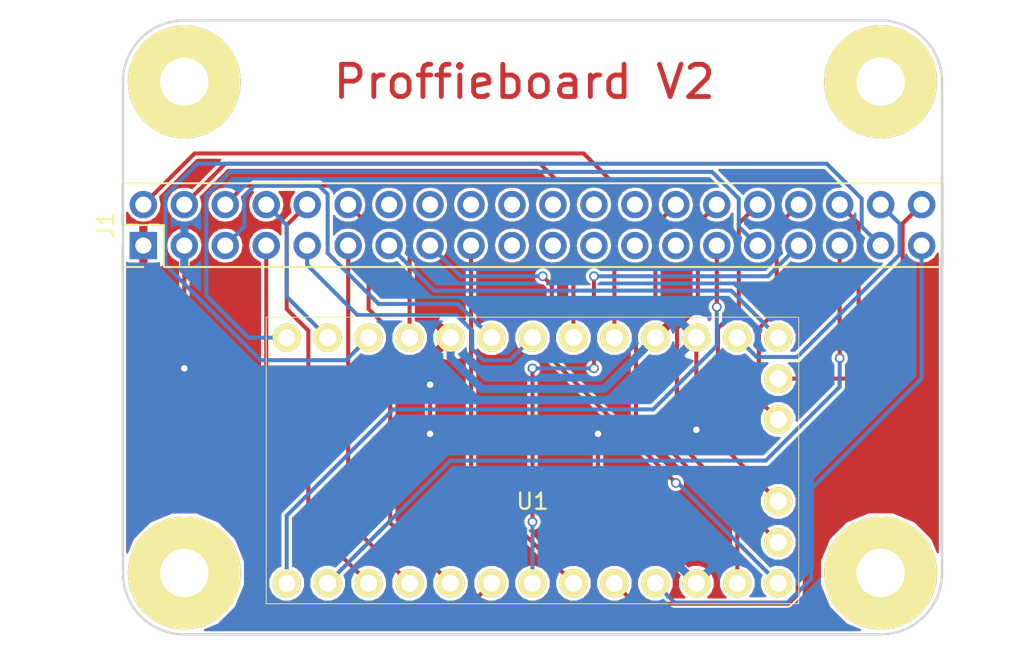
<source format=kicad_pcb>
(kicad_pcb (version 20171130) (host pcbnew 5.0.2-bee76a0~70~ubuntu18.04.1)

  (general
    (thickness 1.6)
    (drawings 9)
    (tracks 186)
    (zones 0)
    (modules 6)
    (nets 29)
  )

  (page A4)
  (layers
    (0 F.Cu signal)
    (31 B.Cu signal)
    (33 F.Adhes user)
    (35 F.Paste user)
    (37 F.SilkS user)
    (39 F.Mask user)
    (40 Dwgs.User user)
    (41 Cmts.User user)
    (42 Eco1.User user)
    (43 Eco2.User user)
    (44 Edge.Cuts user)
    (45 Margin user)
    (47 F.CrtYd user)
    (49 F.Fab user)
  )

  (setup
    (last_trace_width 0.25)
    (trace_clearance 0.2)
    (zone_clearance 0.127)
    (zone_45_only no)
    (trace_min 0.2)
    (segment_width 0.2)
    (edge_width 0.15)
    (via_size 0.6)
    (via_drill 0.4)
    (via_min_size 0.4)
    (via_min_drill 0.3)
    (uvia_size 0.3)
    (uvia_drill 0.1)
    (uvias_allowed no)
    (uvia_min_size 0.2)
    (uvia_min_drill 0.1)
    (pcb_text_width 0.3)
    (pcb_text_size 1.5 1.5)
    (mod_edge_width 0.15)
    (mod_text_size 1 1)
    (mod_text_width 0.15)
    (pad_size 1 1.524)
    (pad_drill 0.85)
    (pad_to_mask_clearance 0.2)
    (solder_mask_min_width 0.25)
    (aux_axis_origin 0 0)
    (visible_elements FFFFFF7F)
    (pcbplotparams
      (layerselection 0x00030_80000001)
      (usegerberextensions false)
      (usegerberattributes false)
      (usegerberadvancedattributes false)
      (creategerberjobfile false)
      (excludeedgelayer true)
      (linewidth 0.100000)
      (plotframeref false)
      (viasonmask false)
      (mode 1)
      (useauxorigin false)
      (hpglpennumber 1)
      (hpglpenspeed 20)
      (hpglpendiameter 15.000000)
      (psnegative false)
      (psa4output false)
      (plotreference true)
      (plotvalue true)
      (plotinvisibletext false)
      (padsonsilk false)
      (subtractmaskfromsilk false)
      (outputformat 1)
      (mirror false)
      (drillshape 1)
      (scaleselection 1)
      (outputdirectory ""))
  )

  (net 0 "")
  (net 1 GND)
  (net 2 BATT+)
  (net 3 BATT-)
  (net 4 5V)
  (net 5 RESET)
  (net 6 3.3V)
  (net 7 BT3)
  (net 8 BT1)
  (net 9 LED6)
  (net 10 SCL)
  (net 11 SDA)
  (net 12 BT2)
  (net 13 Data5)
  (net 14 RX1)
  (net 15 TX1)
  (net 16 Data4)
  (net 17 Data3)
  (net 18 Data2)
  (net 19 Data1)
  (net 20 LED1)
  (net 21 SP+)
  (net 22 SP-)
  (net 23 LED3)
  (net 24 LED4)
  (net 25 LED5)
  (net 26 LED2)
  (net 27 SWDIO)
  (net 28 SWDCLK)

  (net_class Default "This is the default net class."
    (clearance 0.2)
    (trace_width 0.25)
    (via_dia 0.6)
    (via_drill 0.4)
    (uvia_dia 0.3)
    (uvia_drill 0.1)
    (add_net 3.3V)
    (add_net 5V)
    (add_net BATT+)
    (add_net BATT-)
    (add_net BT1)
    (add_net BT2)
    (add_net BT3)
    (add_net Data1)
    (add_net Data2)
    (add_net Data3)
    (add_net Data4)
    (add_net Data5)
    (add_net LED1)
    (add_net LED2)
    (add_net LED3)
    (add_net LED4)
    (add_net LED5)
    (add_net LED6)
    (add_net RESET)
    (add_net RX1)
    (add_net SCL)
    (add_net SDA)
    (add_net SP+)
    (add_net SP-)
    (add_net SWDCLK)
    (add_net SWDIO)
    (add_net TX1)
  )

  (net_class powa ""
    (clearance 0.2)
    (trace_width 0.5)
    (via_dia 0.6)
    (via_drill 0.4)
    (uvia_dia 0.3)
    (uvia_drill 0.1)
    (add_net GND)
  )

  (module lightsaber_parts:screw_hole (layer F.Cu) (tedit 582573F1) (tstamp 5C801F6D)
    (at 54.61 71.12)
    (fp_text reference REF** (at 0 0.5) (layer F.SilkS)
      (effects (font (size 1 1) (thickness 0.15)))
    )
    (fp_text value screw_hole (at 0 -0.5) (layer F.Fab)
      (effects (font (size 1 1) (thickness 0.15)))
    )
    (pad 0 thru_hole circle (at 0 0) (size 7 7) (drill 3) (layers *.Cu *.Mask F.SilkS))
  )

  (module lightsaber_parts:screw_hole (layer F.Cu) (tedit 582573F1) (tstamp 5C801F60)
    (at 54.61 101.6)
    (fp_text reference REF** (at 0 0.5) (layer F.SilkS)
      (effects (font (size 1 1) (thickness 0.15)))
    )
    (fp_text value screw_hole (at 0 -0.5) (layer F.Fab)
      (effects (font (size 1 1) (thickness 0.15)))
    )
    (pad 0 thru_hole circle (at 0 0) (size 7 7) (drill 3) (layers *.Cu *.Mask F.SilkS))
  )

  (module lightsaber_parts:screw_hole (layer F.Cu) (tedit 582573F1) (tstamp 5C801F53)
    (at 97.79 101.6)
    (fp_text reference REF** (at 0 0.5) (layer F.SilkS)
      (effects (font (size 1 1) (thickness 0.15)))
    )
    (fp_text value screw_hole (at 0 -0.5) (layer F.Fab)
      (effects (font (size 1 1) (thickness 0.15)))
    )
    (pad 0 thru_hole circle (at 0 0) (size 7 7) (drill 3) (layers *.Cu *.Mask F.SilkS))
  )

  (module Pin_Headers:Pin_Header_Straight_2x20_Pitch2.54mm (layer F.Cu) (tedit 59650533) (tstamp 5A71435E)
    (at 52.07 81.28 90)
    (descr "Through hole straight pin header, 2x20, 2.54mm pitch, double rows")
    (tags "Through hole pin header THT 2x20 2.54mm double row")
    (path /5B81CF84)
    (fp_text reference J1 (at 1.27 -2.33 90) (layer F.SilkS)
      (effects (font (size 1 1) (thickness 0.15)))
    )
    (fp_text value Conn_02x20_Odd_Even (at 1.27 50.59 90) (layer F.Fab)
      (effects (font (size 1 1) (thickness 0.15)))
    )
    (fp_line (start 0 -1.27) (end 3.81 -1.27) (layer F.Fab) (width 0.1))
    (fp_line (start 3.81 -1.27) (end 3.81 49.53) (layer F.Fab) (width 0.1))
    (fp_line (start 3.81 49.53) (end -1.27 49.53) (layer F.Fab) (width 0.1))
    (fp_line (start -1.27 49.53) (end -1.27 0) (layer F.Fab) (width 0.1))
    (fp_line (start -1.27 0) (end 0 -1.27) (layer F.Fab) (width 0.1))
    (fp_line (start -1.33 49.59) (end 3.87 49.59) (layer F.SilkS) (width 0.12))
    (fp_line (start -1.33 1.27) (end -1.33 49.59) (layer F.SilkS) (width 0.12))
    (fp_line (start 3.87 -1.33) (end 3.87 49.59) (layer F.SilkS) (width 0.12))
    (fp_line (start -1.33 1.27) (end 1.27 1.27) (layer F.SilkS) (width 0.12))
    (fp_line (start 1.27 1.27) (end 1.27 -1.33) (layer F.SilkS) (width 0.12))
    (fp_line (start 1.27 -1.33) (end 3.87 -1.33) (layer F.SilkS) (width 0.12))
    (fp_line (start -1.33 0) (end -1.33 -1.33) (layer F.SilkS) (width 0.12))
    (fp_line (start -1.33 -1.33) (end 0 -1.33) (layer F.SilkS) (width 0.12))
    (fp_line (start -1.8 -1.8) (end -1.8 50.05) (layer F.CrtYd) (width 0.05))
    (fp_line (start -1.8 50.05) (end 4.35 50.05) (layer F.CrtYd) (width 0.05))
    (fp_line (start 4.35 50.05) (end 4.35 -1.8) (layer F.CrtYd) (width 0.05))
    (fp_line (start 4.35 -1.8) (end -1.8 -1.8) (layer F.CrtYd) (width 0.05))
    (fp_text user %R (at 1.27 24.13 180) (layer F.Fab)
      (effects (font (size 1 1) (thickness 0.15)))
    )
    (pad 1 thru_hole rect (at 0 0 90) (size 1.7 1.7) (drill 1) (layers *.Cu *.Mask)
      (net 1 GND))
    (pad 2 thru_hole oval (at 2.54 0 90) (size 1.7 1.7) (drill 1) (layers *.Cu *.Mask)
      (net 2 BATT+))
    (pad 3 thru_hole oval (at 0 2.54 90) (size 1.7 1.7) (drill 1) (layers *.Cu *.Mask)
      (net 3 BATT-))
    (pad 4 thru_hole oval (at 2.54 2.54 90) (size 1.7 1.7) (drill 1) (layers *.Cu *.Mask)
      (net 4 5V))
    (pad 5 thru_hole oval (at 0 5.08 90) (size 1.7 1.7) (drill 1) (layers *.Cu *.Mask)
      (net 5 RESET))
    (pad 6 thru_hole oval (at 2.54 5.08 90) (size 1.7 1.7) (drill 1) (layers *.Cu *.Mask)
      (net 6 3.3V))
    (pad 7 thru_hole oval (at 0 7.62 90) (size 1.7 1.7) (drill 1) (layers *.Cu *.Mask)
      (net 14 RX1))
    (pad 8 thru_hole oval (at 2.54 7.62 90) (size 1.7 1.7) (drill 1) (layers *.Cu *.Mask)
      (net 15 TX1))
    (pad 9 thru_hole oval (at 0 10.16 90) (size 1.7 1.7) (drill 1) (layers *.Cu *.Mask)
      (net 11 SDA))
    (pad 10 thru_hole oval (at 2.54 10.16 90) (size 1.7 1.7) (drill 1) (layers *.Cu *.Mask)
      (net 10 SCL))
    (pad 11 thru_hole oval (at 0 12.7 90) (size 1.7 1.7) (drill 1) (layers *.Cu *.Mask)
      (net 27 SWDIO))
    (pad 12 thru_hole oval (at 2.54 12.7 90) (size 1.7 1.7) (drill 1) (layers *.Cu *.Mask)
      (net 28 SWDCLK))
    (pad 13 thru_hole oval (at 0 15.24 90) (size 1.7 1.7) (drill 1) (layers *.Cu *.Mask)
      (net 8 BT1))
    (pad 14 thru_hole oval (at 2.54 15.24 90) (size 1.7 1.7) (drill 1) (layers *.Cu *.Mask))
    (pad 15 thru_hole oval (at 0 17.78 90) (size 1.7 1.7) (drill 1) (layers *.Cu *.Mask)
      (net 12 BT2))
    (pad 16 thru_hole oval (at 2.54 17.78 90) (size 1.7 1.7) (drill 1) (layers *.Cu *.Mask))
    (pad 17 thru_hole oval (at 0 20.32 90) (size 1.7 1.7) (drill 1) (layers *.Cu *.Mask)
      (net 7 BT3))
    (pad 18 thru_hole oval (at 2.54 20.32 90) (size 1.7 1.7) (drill 1) (layers *.Cu *.Mask))
    (pad 19 thru_hole oval (at 0 22.86 90) (size 1.7 1.7) (drill 1) (layers *.Cu *.Mask))
    (pad 20 thru_hole oval (at 2.54 22.86 90) (size 1.7 1.7) (drill 1) (layers *.Cu *.Mask))
    (pad 21 thru_hole oval (at 0 25.4 90) (size 1.7 1.7) (drill 1) (layers *.Cu *.Mask))
    (pad 22 thru_hole oval (at 2.54 25.4 90) (size 1.7 1.7) (drill 1) (layers *.Cu *.Mask))
    (pad 23 thru_hole oval (at 0 27.94 90) (size 1.7 1.7) (drill 1) (layers *.Cu *.Mask))
    (pad 24 thru_hole oval (at 2.54 27.94 90) (size 1.7 1.7) (drill 1) (layers *.Cu *.Mask))
    (pad 25 thru_hole oval (at 0 30.48 90) (size 1.7 1.7) (drill 1) (layers *.Cu *.Mask))
    (pad 26 thru_hole oval (at 2.54 30.48 90) (size 1.7 1.7) (drill 1) (layers *.Cu *.Mask))
    (pad 27 thru_hole oval (at 0 33.02 90) (size 1.7 1.7) (drill 1) (layers *.Cu *.Mask))
    (pad 28 thru_hole oval (at 2.54 33.02 90) (size 1.7 1.7) (drill 1) (layers *.Cu *.Mask)
      (net 9 LED6))
    (pad 29 thru_hole oval (at 0 35.56 90) (size 1.7 1.7) (drill 1) (layers *.Cu *.Mask)
      (net 13 Data5))
    (pad 30 thru_hole oval (at 2.54 35.56 90) (size 1.7 1.7) (drill 1) (layers *.Cu *.Mask)
      (net 25 LED5))
    (pad 31 thru_hole oval (at 0 38.1 90) (size 1.7 1.7) (drill 1) (layers *.Cu *.Mask)
      (net 16 Data4))
    (pad 32 thru_hole oval (at 2.54 38.1 90) (size 1.7 1.7) (drill 1) (layers *.Cu *.Mask)
      (net 24 LED4))
    (pad 33 thru_hole oval (at 0 40.64 90) (size 1.7 1.7) (drill 1) (layers *.Cu *.Mask)
      (net 17 Data3))
    (pad 34 thru_hole oval (at 2.54 40.64 90) (size 1.7 1.7) (drill 1) (layers *.Cu *.Mask)
      (net 23 LED3))
    (pad 35 thru_hole oval (at 0 43.18 90) (size 1.7 1.7) (drill 1) (layers *.Cu *.Mask)
      (net 18 Data2))
    (pad 36 thru_hole oval (at 2.54 43.18 90) (size 1.7 1.7) (drill 1) (layers *.Cu *.Mask)
      (net 26 LED2))
    (pad 37 thru_hole oval (at 0 45.72 90) (size 1.7 1.7) (drill 1) (layers *.Cu *.Mask)
      (net 19 Data1))
    (pad 38 thru_hole oval (at 2.54 45.72 90) (size 1.7 1.7) (drill 1) (layers *.Cu *.Mask)
      (net 20 LED1))
    (pad 39 thru_hole oval (at 0 48.26 90) (size 1.7 1.7) (drill 1) (layers *.Cu *.Mask)
      (net 21 SP+))
    (pad 40 thru_hole oval (at 2.54 48.26 90) (size 1.7 1.7) (drill 1) (layers *.Cu *.Mask)
      (net 22 SP-))
    (model ${KISYS3DMOD}/Pin_Headers.3dshapes/Pin_Header_Straight_2x20_Pitch2.54mm.wrl
      (at (xyz 0 0 0))
      (scale (xyz 1 1 1))
      (rotate (xyz 0 0 0))
    )
  )

  (module lightsaber_parts:ProffieBoardV2.0 (layer F.Cu) (tedit 5C7097F3) (tstamp 5C8020E6)
    (at 76.2 94.615)
    (path /5C70D32B)
    (fp_text reference U1 (at 0 2.54) (layer F.SilkS)
      (effects (font (size 1 1) (thickness 0.15)))
    )
    (fp_text value ProffieBoardV2_0 (at 0 -2.54) (layer F.Fab)
      (effects (font (size 1 1) (thickness 0.15)))
    )
    (fp_line (start -16.51 -8.89) (end 16.51 -8.89) (layer F.SilkS) (width 0.05))
    (fp_line (start 16.51 -8.89) (end 16.51 8.89) (layer F.SilkS) (width 0.05))
    (fp_line (start 16.51 8.89) (end -16.51 8.89) (layer F.SilkS) (width 0.05))
    (fp_line (start -16.51 8.89) (end -16.51 -8.89) (layer F.SilkS) (width 0.05))
    (pad 11 thru_hole circle (at 10.16 7.62) (size 1.75 1.75) (drill 1.05) (layers *.Cu *.Mask F.SilkS)
      (net 3 BATT-))
    (pad 20 thru_hole circle (at 10.16 -7.62) (size 1.75 1.75) (drill 1.05) (layers *.Cu *.Mask F.SilkS)
      (net 3 BATT-))
    (pad 10 thru_hole circle (at 7.62 7.62) (size 1.75 1.75) (drill 1.05) (layers *.Cu *.Mask F.SilkS)
      (net 21 SP+))
    (pad 9 thru_hole circle (at 5.08 7.62) (size 1.75 1.75) (drill 1.05) (layers *.Cu *.Mask F.SilkS)
      (net 22 SP-))
    (pad 17 thru_hole circle (at 15.24 -5.08) (size 1.75 1.75) (drill 1.05) (layers *.Cu *.Mask F.SilkS)
      (net 26 LED2))
    (pad 16 thru_hole circle (at 15.24 -2.54) (size 1.75 1.75) (drill 1.05) (layers *.Cu *.Mask F.SilkS)
      (net 23 LED3))
    (pad 15 thru_hole circle (at 15.24 2.54) (size 1.75 1.75) (drill 1.05) (layers *.Cu *.Mask F.SilkS)
      (net 24 LED4))
    (pad 14 thru_hole circle (at 15.24 5.08) (size 1.75 1.75) (drill 1.05) (layers *.Cu *.Mask F.SilkS)
      (net 25 LED5))
    (pad 13 thru_hole circle (at 15.24 7.62) (size 1.75 1.75) (drill 1.05) (layers *.Cu *.Mask F.SilkS)
      (net 12 BT2))
    (pad 18 thru_hole circle (at 15.24 -7.62) (size 1.75 1.75) (drill 1.05) (layers *.Cu *.Mask F.SilkS)
      (net 8 BT1))
    (pad 22 thru_hole circle (at 5.08 -7.62) (size 1.75 1.75) (drill 1.05) (layers *.Cu *.Mask F.SilkS)
      (net 2 BATT+))
    (pad 26 thru_hole circle (at -5.08 -7.62) (size 1.75 1.75) (drill 1.05) (layers *.Cu *.Mask F.SilkS)
      (net 1 GND))
    (pad 27 thru_hole circle (at -7.62 -7.62) (size 1.75 1.75) (drill 1.05) (layers *.Cu *.Mask F.SilkS)
      (net 6 3.3V))
    (pad 28 thru_hole circle (at -10.16 -7.62) (size 1.75 1.75) (drill 1.05) (layers *.Cu *.Mask F.SilkS)
      (net 19 Data1))
    (pad 29 thru_hole circle (at -12.7 -7.62) (size 1.75 1.75) (drill 1.05) (layers *.Cu *.Mask F.SilkS)
      (net 15 TX1))
    (pad 30 thru_hole circle (at -15.24 -7.62) (size 1.75 1.75) (drill 1.05) (layers *.Cu *.Mask F.SilkS)
      (net 16 Data4))
    (pad 1 thru_hole circle (at -15.24 7.62) (size 1.75 1.75) (drill 1.05) (layers *.Cu *.Mask F.SilkS)
      (net 13 Data5))
    (pad 2 thru_hole circle (at -12.7 7.62) (size 1.75 1.75) (drill 1.05) (layers *.Cu *.Mask F.SilkS)
      (net 18 Data2))
    (pad 3 thru_hole circle (at -10.16 7.62) (size 1.75 1.75) (drill 1.05) (layers *.Cu *.Mask F.SilkS)
      (net 10 SCL))
    (pad 4 thru_hole circle (at -7.62 7.62) (size 1.75 1.75) (drill 1.05) (layers *.Cu *.Mask F.SilkS)
      (net 27 SWDIO))
    (pad 5 thru_hole circle (at -5.08 7.62) (size 1.75 1.75) (drill 1.05) (layers *.Cu *.Mask F.SilkS)
      (net 28 SWDCLK))
    (pad 6 thru_hole circle (at -2.54 7.62) (size 1.75 1.75) (drill 1.05) (layers *.Cu *.Mask F.SilkS)
      (net 14 RX1))
    (pad 7 thru_hole circle (at 0 7.62) (size 1.75 1.75) (drill 1.05) (layers *.Cu *.Mask F.SilkS)
      (net 17 Data3))
    (pad 8 thru_hole circle (at 2.54 7.62) (size 1.75 1.75) (drill 1.05) (layers *.Cu *.Mask F.SilkS)
      (net 7 BT3))
    (pad 12 thru_hole circle (at 12.7 7.62) (size 1.75 1.75) (drill 1.05) (layers *.Cu *.Mask F.SilkS)
      (net 9 LED6))
    (pad 19 thru_hole circle (at 12.7 -7.62) (size 1.75 1.75) (drill 1.05) (layers *.Cu *.Mask F.SilkS)
      (net 20 LED1))
    (pad 21 thru_hole circle (at 7.62 -7.62) (size 1.75 1.75) (drill 1.05) (layers *.Cu *.Mask F.SilkS)
      (net 1 GND))
    (pad 23 thru_hole circle (at 2.54 -7.62) (size 1.75 1.75) (drill 1.05) (layers *.Cu *.Mask F.SilkS)
      (net 4 5V))
    (pad 24 thru_hole circle (at 0 -7.62) (size 1.75 1.75) (drill 1.05) (layers *.Cu *.Mask F.SilkS)
      (net 11 SDA))
    (pad 25 thru_hole circle (at -2.54 -7.62) (size 1.75 1.75) (drill 1.05) (layers *.Cu *.Mask F.SilkS)
      (net 5 RESET))
  )

  (module lightsaber_parts:screw_hole (layer F.Cu) (tedit 582573F1) (tstamp 5C801F2F)
    (at 97.79 71.12)
    (fp_text reference REF** (at 0 0.5) (layer F.SilkS)
      (effects (font (size 1 1) (thickness 0.15)))
    )
    (fp_text value screw_hole (at 0 -0.5) (layer F.Fab)
      (effects (font (size 1 1) (thickness 0.15)))
    )
    (pad 0 thru_hole circle (at 0 0) (size 7 7) (drill 3) (layers *.Cu *.Mask F.SilkS))
  )

  (gr_text "Proffieboard V2" (at 75.692 71.12) (layer F.Cu)
    (effects (font (size 2 2) (thickness 0.3)))
  )
  (gr_line (start 50.8 71.12) (end 50.8 101.6) (angle 90) (layer Edge.Cuts) (width 0.15))
  (gr_line (start 97.79 67.31) (end 54.61 67.31) (angle 90) (layer Edge.Cuts) (width 0.15))
  (gr_line (start 101.6 101.6) (end 101.6 71.12) (angle 90) (layer Edge.Cuts) (width 0.15))
  (gr_arc (start 97.79 71.12) (end 97.79 67.31) (angle 90) (layer Edge.Cuts) (width 0.15))
  (gr_arc (start 54.61 71.12) (end 50.8 71.12) (angle 90) (layer Edge.Cuts) (width 0.15))
  (gr_line (start 54.61 105.41) (end 97.79 105.41) (angle 90) (layer Edge.Cuts) (width 0.15))
  (gr_arc (start 97.79 101.6) (end 101.6 101.6) (angle 90) (layer Edge.Cuts) (width 0.15))
  (gr_arc (start 54.61 101.6) (end 54.61 105.41) (angle 90) (layer Edge.Cuts) (width 0.15))

  (segment (start 82.945001 87.869999) (end 83.82 86.995) (width 0.5) (layer B.Cu) (net 1))
  (segment (start 80.645 90.17) (end 82.945001 87.869999) (width 0.5) (layer B.Cu) (net 1))
  (segment (start 73.057564 90.17) (end 80.645 90.17) (width 0.5) (layer B.Cu) (net 1))
  (segment (start 71.12 86.995) (end 71.12 88.232436) (width 0.5) (layer B.Cu) (net 1))
  (segment (start 71.12 88.232436) (end 73.057564 90.17) (width 0.5) (layer B.Cu) (net 1))
  (segment (start 81.28 86.995) (end 81.28 77.47) (width 0.25) (layer F.Cu) (net 2))
  (segment (start 55.245 75.565) (end 52.07 78.74) (width 0.25) (layer F.Cu) (net 2))
  (segment (start 79.375 75.565) (end 55.245 75.565) (width 0.25) (layer F.Cu) (net 2))
  (segment (start 81.28 77.47) (end 79.375 75.565) (width 0.25) (layer F.Cu) (net 2))
  (via (at 86.36 92.71) (size 0.6) (drill 0.4) (layers F.Cu B.Cu) (net 3))
  (segment (start 86.36 86.995) (end 86.36 92.71) (width 0.25) (layer F.Cu) (net 3))
  (segment (start 85.935736 92.71) (end 85.681736 92.964) (width 0.25) (layer B.Cu) (net 3))
  (segment (start 86.36 92.71) (end 85.935736 92.71) (width 0.25) (layer B.Cu) (net 3))
  (via (at 80.264 92.964) (size 0.6) (drill 0.4) (layers F.Cu B.Cu) (net 3))
  (segment (start 85.681736 92.964) (end 80.264 92.964) (width 0.25) (layer B.Cu) (net 3))
  (segment (start 80.264 96.139) (end 86.36 102.235) (width 0.25) (layer F.Cu) (net 3))
  (segment (start 80.264 92.964) (end 80.264 96.139) (width 0.25) (layer F.Cu) (net 3))
  (via (at 69.85 92.964) (size 0.6) (drill 0.4) (layers F.Cu B.Cu) (net 3))
  (segment (start 80.264 92.964) (end 69.85 92.964) (width 0.25) (layer B.Cu) (net 3))
  (via (at 69.85 89.916) (size 0.6) (drill 0.4) (layers F.Cu B.Cu) (net 3))
  (segment (start 69.85 92.964) (end 69.85 89.916) (width 0.25) (layer F.Cu) (net 3))
  (via (at 54.61 88.9) (size 0.6) (drill 0.4) (layers F.Cu B.Cu) (net 3))
  (segment (start 69.85 89.916) (end 55.626 89.916) (width 0.25) (layer B.Cu) (net 3))
  (segment (start 55.626 89.916) (end 54.61 88.9) (width 0.25) (layer B.Cu) (net 3))
  (segment (start 54.61 88.9) (end 54.61 81.28) (width 0.25) (layer F.Cu) (net 3))
  (segment (start 78.74 78.270998) (end 76.669002 76.2) (width 0.25) (layer F.Cu) (net 4))
  (segment (start 78.74 86.995) (end 78.74 78.270998) (width 0.25) (layer F.Cu) (net 4))
  (segment (start 57.15 76.2) (end 54.61 78.74) (width 0.25) (layer F.Cu) (net 4))
  (segment (start 76.669002 76.2) (end 57.15 76.2) (width 0.25) (layer F.Cu) (net 4))
  (segment (start 58.325001 80.104999) (end 57.999999 80.430001) (width 0.25) (layer B.Cu) (net 5))
  (segment (start 58.325001 78.199999) (end 58.325001 80.104999) (width 0.25) (layer B.Cu) (net 5))
  (segment (start 58.960001 77.564999) (end 58.325001 78.199999) (width 0.25) (layer B.Cu) (net 5))
  (segment (start 57.999999 80.430001) (end 57.15 81.28) (width 0.25) (layer B.Cu) (net 5))
  (segment (start 62.959999 77.564999) (end 58.960001 77.564999) (width 0.25) (layer B.Cu) (net 5))
  (segment (start 63.5 78.105) (end 62.959999 77.564999) (width 0.25) (layer B.Cu) (net 5))
  (segment (start 63.5 81.749002) (end 63.5 78.105) (width 0.25) (layer B.Cu) (net 5))
  (segment (start 66.656008 84.90501) (end 63.5 81.749002) (width 0.25) (layer B.Cu) (net 5))
  (segment (start 71.57001 84.90501) (end 66.656008 84.90501) (width 0.25) (layer B.Cu) (net 5))
  (segment (start 73.66 86.995) (end 71.57001 84.90501) (width 0.25) (layer B.Cu) (net 5))
  (segment (start 68.58 78.270998) (end 68.58 86.995) (width 0.25) (layer F.Cu) (net 6))
  (segment (start 67.874001 77.564999) (end 68.58 78.270998) (width 0.25) (layer F.Cu) (net 6))
  (segment (start 58.325001 77.564999) (end 67.874001 77.564999) (width 0.25) (layer F.Cu) (net 6))
  (segment (start 57.15 78.74) (end 58.325001 77.564999) (width 0.25) (layer F.Cu) (net 6))
  (segment (start 72.39 95.885) (end 78.74 102.235) (width 0.25) (layer F.Cu) (net 7))
  (segment (start 72.39 81.28) (end 72.39 95.885) (width 0.25) (layer F.Cu) (net 7))
  (segment (start 90.565001 86.120001) (end 91.44 86.995) (width 0.25) (layer B.Cu) (net 8))
  (segment (start 88.519 84.074) (end 90.565001 86.120001) (width 0.25) (layer B.Cu) (net 8))
  (segment (start 67.31 81.28) (end 70.104 84.074) (width 0.25) (layer B.Cu) (net 8))
  (segment (start 70.104 84.074) (end 88.519 84.074) (width 0.25) (layer B.Cu) (net 8))
  (segment (start 82.619999 86.418999) (end 82.619999 91.854995) (width 0.25) (layer F.Cu) (net 9))
  (segment (start 88.9 98.134996) (end 88.9 100.997564) (width 0.25) (layer F.Cu) (net 9))
  (segment (start 82.619999 91.854995) (end 88.9 98.134996) (width 0.25) (layer F.Cu) (net 9))
  (segment (start 88.9 100.997564) (end 88.9 102.235) (width 0.25) (layer F.Cu) (net 9))
  (segment (start 85.09 78.74) (end 83.82 80.01) (width 0.25) (layer F.Cu) (net 9))
  (segment (start 83.82 85.218998) (end 82.619999 86.418999) (width 0.25) (layer F.Cu) (net 9))
  (segment (start 83.82 80.01) (end 83.82 85.218998) (width 0.25) (layer F.Cu) (net 9))
  (segment (start 62.23 78.74) (end 60.96 80.01) (width 0.25) (layer F.Cu) (net 10))
  (segment (start 62.299999 86.558997) (end 62.299999 98.494999) (width 0.25) (layer F.Cu) (net 10))
  (segment (start 60.96 85.218998) (end 62.299999 86.558997) (width 0.25) (layer F.Cu) (net 10))
  (segment (start 65.165001 101.360001) (end 66.04 102.235) (width 0.25) (layer F.Cu) (net 10))
  (segment (start 60.96 80.01) (end 60.96 85.218998) (width 0.25) (layer F.Cu) (net 10))
  (segment (start 62.299999 98.494999) (end 65.165001 101.360001) (width 0.25) (layer F.Cu) (net 10))
  (segment (start 75.325001 87.869999) (end 76.2 86.995) (width 0.25) (layer B.Cu) (net 11))
  (segment (start 73.152 88.392) (end 74.803 88.392) (width 0.25) (layer B.Cu) (net 11))
  (segment (start 62.23 82.482081) (end 65.345919 85.598) (width 0.25) (layer B.Cu) (net 11))
  (segment (start 71.499002 85.598) (end 72.459999 86.558997) (width 0.25) (layer B.Cu) (net 11))
  (segment (start 62.23 81.28) (end 62.23 82.482081) (width 0.25) (layer B.Cu) (net 11))
  (segment (start 74.803 88.392) (end 75.325001 87.869999) (width 0.25) (layer B.Cu) (net 11))
  (segment (start 65.345919 85.598) (end 71.499002 85.598) (width 0.25) (layer B.Cu) (net 11))
  (segment (start 72.459999 86.558997) (end 72.459999 87.699999) (width 0.25) (layer B.Cu) (net 11))
  (segment (start 72.459999 87.699999) (end 73.152 88.392) (width 0.25) (layer B.Cu) (net 11))
  (via (at 76.835 83.185) (size 0.6) (drill 0.4) (layers F.Cu B.Cu) (net 12))
  (segment (start 69.85 81.28) (end 71.755 83.185) (width 0.25) (layer B.Cu) (net 12))
  (segment (start 71.755 83.185) (end 76.835 83.185) (width 0.25) (layer B.Cu) (net 12))
  (via (at 85.09 96.012) (size 0.6) (drill 0.4) (layers F.Cu B.Cu) (net 12))
  (segment (start 84.790001 95.712001) (end 85.09 96.012) (width 0.25) (layer F.Cu) (net 12))
  (segment (start 77.400001 88.322001) (end 84.790001 95.712001) (width 0.25) (layer F.Cu) (net 12))
  (segment (start 91.44 102.235) (end 85.217 96.012) (width 0.25) (layer B.Cu) (net 12))
  (segment (start 77.400001 83.750001) (end 77.400001 88.322001) (width 0.25) (layer F.Cu) (net 12))
  (segment (start 85.217 96.012) (end 85.09 96.012) (width 0.25) (layer B.Cu) (net 12))
  (segment (start 76.835 83.185) (end 77.400001 83.750001) (width 0.25) (layer F.Cu) (net 12))
  (via (at 87.63 85.09001) (size 0.6) (drill 0.4) (layers F.Cu B.Cu) (net 13))
  (segment (start 87.63 81.28) (end 87.63 85.09001) (width 0.25) (layer F.Cu) (net 13))
  (segment (start 87.63 85.514274) (end 87.63 85.09001) (width 0.25) (layer B.Cu) (net 13))
  (segment (start 87.63 87.501002) (end 87.63 85.514274) (width 0.25) (layer B.Cu) (net 13))
  (segment (start 83.681003 91.449999) (end 87.63 87.501002) (width 0.25) (layer B.Cu) (net 13))
  (segment (start 67.554001 91.449999) (end 83.681003 91.449999) (width 0.25) (layer B.Cu) (net 13))
  (segment (start 60.96 102.235) (end 60.96 98.044) (width 0.25) (layer B.Cu) (net 13))
  (segment (start 60.96 98.044) (end 67.554001 91.449999) (width 0.25) (layer B.Cu) (net 13))
  (segment (start 60.383999 103.435001) (end 59.69 102.741002) (width 0.25) (layer F.Cu) (net 14))
  (segment (start 59.69 82.482081) (end 59.69 81.28) (width 0.25) (layer F.Cu) (net 14))
  (segment (start 72.459999 103.435001) (end 60.383999 103.435001) (width 0.25) (layer F.Cu) (net 14))
  (segment (start 59.69 102.741002) (end 59.69 82.482081) (width 0.25) (layer F.Cu) (net 14))
  (segment (start 73.66 102.235) (end 72.459999 103.435001) (width 0.25) (layer F.Cu) (net 14))
  (segment (start 60.96 84.455) (end 62.625001 86.120001) (width 0.25) (layer B.Cu) (net 15))
  (segment (start 60.96 80.01) (end 60.96 84.455) (width 0.25) (layer B.Cu) (net 15))
  (segment (start 62.625001 86.120001) (end 63.5 86.995) (width 0.25) (layer B.Cu) (net 15))
  (segment (start 59.69 78.74) (end 60.96 80.01) (width 0.25) (layer B.Cu) (net 15))
  (segment (start 89.320001 80.430001) (end 90.17 81.28) (width 0.25) (layer B.Cu) (net 16))
  (segment (start 88.994999 80.104999) (end 89.320001 80.430001) (width 0.25) (layer B.Cu) (net 16))
  (segment (start 88.994999 78.365997) (end 88.994999 80.104999) (width 0.25) (layer B.Cu) (net 16))
  (segment (start 58.585998 86.995) (end 55.974999 84.384001) (width 0.25) (layer B.Cu) (net 16))
  (segment (start 60.96 86.995) (end 58.585998 86.995) (width 0.25) (layer B.Cu) (net 16))
  (segment (start 55.974999 84.384001) (end 55.974999 78.175999) (width 0.25) (layer B.Cu) (net 16))
  (segment (start 87.337002 76.708) (end 88.994999 78.365997) (width 0.25) (layer B.Cu) (net 16))
  (segment (start 55.974999 78.175999) (end 57.442998 76.708) (width 0.25) (layer B.Cu) (net 16))
  (segment (start 57.442998 76.708) (end 87.337002 76.708) (width 0.25) (layer B.Cu) (net 16))
  (via (at 80.01 88.9) (size 0.6) (drill 0.4) (layers F.Cu B.Cu) (net 17))
  (via (at 76.2 98.425) (size 0.6) (drill 0.4) (layers F.Cu B.Cu) (net 17))
  (segment (start 76.2 98.425) (end 76.2 102.235) (width 0.25) (layer B.Cu) (net 17))
  (segment (start 76.2 98.425) (end 76.2 88.9) (width 0.25) (layer F.Cu) (net 17))
  (via (at 76.2 88.9) (size 0.6) (drill 0.4) (layers F.Cu B.Cu) (net 17))
  (segment (start 80.01 88.9) (end 76.2 88.9) (width 0.25) (layer B.Cu) (net 17))
  (segment (start 80.01 88.9) (end 80.01 83.185) (width 0.25) (layer F.Cu) (net 17))
  (via (at 80.01 83.185) (size 0.6) (drill 0.4) (layers F.Cu B.Cu) (net 17))
  (segment (start 80.434264 83.185) (end 80.01 83.185) (width 0.25) (layer B.Cu) (net 17))
  (segment (start 92.71 81.28) (end 90.805 83.185) (width 0.25) (layer B.Cu) (net 17))
  (segment (start 90.805 83.185) (end 80.434264 83.185) (width 0.25) (layer B.Cu) (net 17))
  (via (at 95.25 88.265) (size 0.6) (drill 0.4) (layers F.Cu B.Cu) (net 18))
  (segment (start 95.25 81.28) (end 95.25 88.265) (width 0.25) (layer F.Cu) (net 18))
  (segment (start 90.666003 94.624999) (end 71.110001 94.624999) (width 0.25) (layer B.Cu) (net 18))
  (segment (start 95.25 90.041002) (end 90.666003 94.624999) (width 0.25) (layer B.Cu) (net 18))
  (segment (start 64.374999 101.360001) (end 63.5 102.235) (width 0.25) (layer B.Cu) (net 18))
  (segment (start 71.110001 94.624999) (end 64.374999 101.360001) (width 0.25) (layer B.Cu) (net 18))
  (segment (start 95.25 88.265) (end 95.25 90.041002) (width 0.25) (layer B.Cu) (net 18))
  (segment (start 96.940001 80.430001) (end 97.79 81.28) (width 0.25) (layer B.Cu) (net 19))
  (segment (start 96.614999 78.365997) (end 96.614999 80.104999) (width 0.25) (layer B.Cu) (net 19))
  (segment (start 96.614999 80.104999) (end 96.940001 80.430001) (width 0.25) (layer B.Cu) (net 19))
  (segment (start 64.643 88.392) (end 59.346588 88.392) (width 0.25) (layer B.Cu) (net 19))
  (segment (start 66.04 86.995) (end 64.643 88.392) (width 0.25) (layer B.Cu) (net 19))
  (segment (start 94.449002 76.2) (end 96.614999 78.365997) (width 0.25) (layer B.Cu) (net 19))
  (segment (start 59.346588 88.392) (end 53.434999 82.480411) (width 0.25) (layer B.Cu) (net 19))
  (segment (start 55.410998 76.2) (end 94.449002 76.2) (width 0.25) (layer B.Cu) (net 19))
  (segment (start 53.434999 82.480411) (end 53.434999 78.175999) (width 0.25) (layer B.Cu) (net 19))
  (segment (start 53.434999 78.175999) (end 55.410998 76.2) (width 0.25) (layer B.Cu) (net 19))
  (segment (start 98.639999 79.589999) (end 97.79 78.74) (width 0.25) (layer B.Cu) (net 20))
  (segment (start 98.965001 79.915001) (end 98.639999 79.589999) (width 0.25) (layer B.Cu) (net 20))
  (segment (start 92.614001 88.195001) (end 98.965001 81.844001) (width 0.25) (layer B.Cu) (net 20))
  (segment (start 98.965001 81.844001) (end 98.965001 79.915001) (width 0.25) (layer B.Cu) (net 20))
  (segment (start 90.100001 88.195001) (end 92.614001 88.195001) (width 0.25) (layer B.Cu) (net 20))
  (segment (start 88.9 86.995) (end 90.100001 88.195001) (width 0.25) (layer B.Cu) (net 20))
  (segment (start 100.33 89.535) (end 100.33 81.28) (width 0.25) (layer B.Cu) (net 21))
  (segment (start 93.472 96.393) (end 100.33 89.535) (width 0.25) (layer B.Cu) (net 21))
  (segment (start 93.472 101.979002) (end 93.472 96.393) (width 0.25) (layer B.Cu) (net 21))
  (segment (start 83.82 102.235) (end 85.020001 103.435001) (width 0.25) (layer B.Cu) (net 21))
  (segment (start 92.016001 103.435001) (end 93.472 101.979002) (width 0.25) (layer B.Cu) (net 21))
  (segment (start 85.020001 103.435001) (end 92.016001 103.435001) (width 0.25) (layer B.Cu) (net 21))
  (segment (start 99.480001 79.589999) (end 100.33 78.74) (width 0.25) (layer F.Cu) (net 22))
  (segment (start 99.154999 79.915001) (end 99.480001 79.589999) (width 0.25) (layer F.Cu) (net 22))
  (segment (start 82.55 103.505) (end 92.075 103.505) (width 0.25) (layer F.Cu) (net 22))
  (segment (start 81.28 102.235) (end 82.55 103.505) (width 0.25) (layer F.Cu) (net 22))
  (segment (start 92.640001 102.939999) (end 92.640001 95.954999) (width 0.25) (layer F.Cu) (net 22))
  (segment (start 92.075 103.505) (end 92.640001 102.939999) (width 0.25) (layer F.Cu) (net 22))
  (segment (start 99.154999 89.440001) (end 99.154999 79.915001) (width 0.25) (layer F.Cu) (net 22))
  (segment (start 92.640001 95.954999) (end 99.154999 89.440001) (width 0.25) (layer F.Cu) (net 22))
  (segment (start 91.345001 85.313997) (end 90.239999 86.418999) (width 0.25) (layer F.Cu) (net 23))
  (segment (start 90.565001 91.200001) (end 91.44 92.075) (width 0.25) (layer F.Cu) (net 23))
  (segment (start 90.239999 90.874999) (end 90.565001 91.200001) (width 0.25) (layer F.Cu) (net 23))
  (segment (start 90.239999 86.418999) (end 90.239999 90.874999) (width 0.25) (layer F.Cu) (net 23))
  (segment (start 91.345001 80.104999) (end 91.345001 85.313997) (width 0.25) (layer F.Cu) (net 23))
  (segment (start 92.71 78.74) (end 91.345001 80.104999) (width 0.25) (layer F.Cu) (net 23))
  (segment (start 88.994999 79.915001) (end 88.994999 85.123999) (width 0.25) (layer F.Cu) (net 24))
  (segment (start 88.994999 85.123999) (end 87.699999 86.418999) (width 0.25) (layer F.Cu) (net 24))
  (segment (start 90.17 78.74) (end 88.994999 79.915001) (width 0.25) (layer F.Cu) (net 24))
  (segment (start 87.699999 86.418999) (end 87.699999 93.414999) (width 0.25) (layer F.Cu) (net 24))
  (segment (start 90.565001 96.280001) (end 91.44 97.155) (width 0.25) (layer F.Cu) (net 24))
  (segment (start 87.699999 93.414999) (end 90.565001 96.280001) (width 0.25) (layer F.Cu) (net 24))
  (segment (start 90.565001 98.820001) (end 91.44 99.695) (width 0.25) (layer F.Cu) (net 25))
  (segment (start 85.159999 93.414999) (end 90.565001 98.820001) (width 0.25) (layer F.Cu) (net 25))
  (segment (start 85.159999 86.418999) (end 85.159999 93.414999) (width 0.25) (layer F.Cu) (net 25))
  (segment (start 86.454999 85.123999) (end 85.159999 86.418999) (width 0.25) (layer F.Cu) (net 25))
  (segment (start 86.454999 79.915001) (end 86.454999 85.123999) (width 0.25) (layer F.Cu) (net 25))
  (segment (start 87.63 78.74) (end 86.454999 79.915001) (width 0.25) (layer F.Cu) (net 25))
  (segment (start 96.099999 79.589999) (end 95.25 78.74) (width 0.25) (layer F.Cu) (net 26))
  (segment (start 96.425001 79.915001) (end 96.099999 79.589999) (width 0.25) (layer F.Cu) (net 26))
  (segment (start 96.425001 88.994999) (end 96.425001 79.915001) (width 0.25) (layer F.Cu) (net 26))
  (segment (start 91.44 89.535) (end 95.885 89.535) (width 0.25) (layer F.Cu) (net 26))
  (segment (start 95.885 89.535) (end 96.425001 88.994999) (width 0.25) (layer F.Cu) (net 26))
  (segment (start 64.77 98.425) (end 68.58 102.235) (width 0.25) (layer F.Cu) (net 27))
  (segment (start 64.77 81.28) (end 64.77 98.425) (width 0.25) (layer F.Cu) (net 27))
  (segment (start 70.245001 101.360001) (end 71.12 102.235) (width 0.25) (layer F.Cu) (net 28))
  (segment (start 67.379999 98.494999) (end 70.245001 101.360001) (width 0.25) (layer F.Cu) (net 28))
  (segment (start 67.379999 86.558997) (end 67.379999 98.494999) (width 0.25) (layer F.Cu) (net 28))
  (segment (start 66.04 85.218998) (end 67.379999 86.558997) (width 0.25) (layer F.Cu) (net 28))
  (segment (start 66.04 80.01) (end 66.04 85.218998) (width 0.25) (layer F.Cu) (net 28))
  (segment (start 64.77 78.74) (end 66.04 80.01) (width 0.25) (layer F.Cu) (net 28))

  (zone (net 1) (net_name GND) (layer F.Cu) (tstamp 5B81BF0A) (hatch edge 0.508)
    (connect_pads (clearance 0.127))
    (min_thickness 0.127)
    (fill yes (arc_segments 16) (thermal_gap 0.508) (thermal_bridge_width 0.508))
    (polygon
      (pts
        (xy 43.18 66.04) (xy 106.68 66.04) (xy 106.68 106.68) (xy 43.18 106.68)
      )
    )
    (filled_polygon
      (pts
        (xy 55.083434 77.717145) (xy 55.044466 77.691107) (xy 54.719666 77.6265) (xy 54.500334 77.6265) (xy 54.175534 77.691107)
        (xy 53.807212 77.937212) (xy 53.561107 78.305534) (xy 53.474686 78.74) (xy 53.561107 79.174466) (xy 53.807212 79.542788)
        (xy 54.175534 79.788893) (xy 54.500334 79.8535) (xy 54.719666 79.8535) (xy 55.044466 79.788893) (xy 55.412788 79.542788)
        (xy 55.658893 79.174466) (xy 55.745314 78.74) (xy 56.014686 78.74) (xy 56.101107 79.174466) (xy 56.347212 79.542788)
        (xy 56.715534 79.788893) (xy 57.040334 79.8535) (xy 57.259666 79.8535) (xy 57.584466 79.788893) (xy 57.952788 79.542788)
        (xy 58.198893 79.174466) (xy 58.285314 78.74) (xy 58.198893 78.305534) (xy 58.172855 78.266566) (xy 58.485923 77.953499)
        (xy 58.876329 77.953499) (xy 58.641107 78.305534) (xy 58.554686 78.74) (xy 58.641107 79.174466) (xy 58.887212 79.542788)
        (xy 59.255534 79.788893) (xy 59.580334 79.8535) (xy 59.799666 79.8535) (xy 60.124466 79.788893) (xy 60.492788 79.542788)
        (xy 60.738893 79.174466) (xy 60.825314 78.74) (xy 60.738893 78.305534) (xy 60.503671 77.953499) (xy 61.416329 77.953499)
        (xy 61.181107 78.305534) (xy 61.094686 78.74) (xy 61.181107 79.174466) (xy 61.207145 79.213434) (xy 60.712349 79.70823)
        (xy 60.679907 79.729907) (xy 60.594041 79.858416) (xy 60.582786 79.915) (xy 60.563889 80.01) (xy 60.5715 80.048262)
        (xy 60.5715 80.595013) (xy 60.492788 80.477212) (xy 60.124466 80.231107) (xy 59.799666 80.1665) (xy 59.580334 80.1665)
        (xy 59.255534 80.231107) (xy 58.887212 80.477212) (xy 58.641107 80.845534) (xy 58.554686 81.28) (xy 58.641107 81.714466)
        (xy 58.887212 82.082788) (xy 59.255534 82.328893) (xy 59.3015 82.338036) (xy 59.3015 82.520343) (xy 59.301501 82.520348)
        (xy 59.3015 102.70274) (xy 59.293889 102.741002) (xy 59.3015 102.779264) (xy 59.324041 102.892586) (xy 59.409907 103.021095)
        (xy 59.442349 103.042772) (xy 60.082231 103.682655) (xy 60.103906 103.715094) (xy 60.166305 103.756788) (xy 60.232413 103.80096)
        (xy 60.383999 103.831112) (xy 60.422262 103.823501) (xy 72.421737 103.823501) (xy 72.459999 103.831112) (xy 72.498261 103.823501)
        (xy 72.498262 103.823501) (xy 72.611584 103.80096) (xy 72.740092 103.715094) (xy 72.761769 103.682652) (xy 73.177129 103.267292)
        (xy 73.433538 103.3735) (xy 73.886462 103.3735) (xy 74.304909 103.200174) (xy 74.625174 102.879909) (xy 74.7985 102.461462)
        (xy 74.7985 102.008538) (xy 75.0615 102.008538) (xy 75.0615 102.461462) (xy 75.234826 102.879909) (xy 75.555091 103.200174)
        (xy 75.973538 103.3735) (xy 76.426462 103.3735) (xy 76.844909 103.200174) (xy 77.165174 102.879909) (xy 77.3385 102.461462)
        (xy 77.3385 102.008538) (xy 77.165174 101.590091) (xy 76.844909 101.269826) (xy 76.426462 101.0965) (xy 75.973538 101.0965)
        (xy 75.555091 101.269826) (xy 75.234826 101.590091) (xy 75.0615 102.008538) (xy 74.7985 102.008538) (xy 74.625174 101.590091)
        (xy 74.304909 101.269826) (xy 73.886462 101.0965) (xy 73.433538 101.0965) (xy 73.015091 101.269826) (xy 72.694826 101.590091)
        (xy 72.5215 102.008538) (xy 72.5215 102.461462) (xy 72.627708 102.717871) (xy 72.299078 103.046501) (xy 71.918582 103.046501)
        (xy 72.085174 102.879909) (xy 72.2585 102.461462) (xy 72.2585 102.008538) (xy 72.085174 101.590091) (xy 71.764909 101.269826)
        (xy 71.346462 101.0965) (xy 70.893538 101.0965) (xy 70.637129 101.202708) (xy 70.54677 101.112349) (xy 70.546768 101.112346)
        (xy 67.768499 98.334078) (xy 67.768499 89.803913) (xy 69.2865 89.803913) (xy 69.2865 90.028087) (xy 69.372287 90.235197)
        (xy 69.461501 90.324411) (xy 69.4615 92.55559) (xy 69.372287 92.644803) (xy 69.2865 92.851913) (xy 69.2865 93.076087)
        (xy 69.372287 93.283197) (xy 69.530803 93.441713) (xy 69.737913 93.5275) (xy 69.962087 93.5275) (xy 70.169197 93.441713)
        (xy 70.327713 93.283197) (xy 70.4135 93.076087) (xy 70.4135 92.851913) (xy 70.327713 92.644803) (xy 70.2385 92.55559)
        (xy 70.2385 90.32441) (xy 70.327713 90.235197) (xy 70.4135 90.028087) (xy 70.4135 89.803913) (xy 70.327713 89.596803)
        (xy 70.169197 89.438287) (xy 69.962087 89.3525) (xy 69.737913 89.3525) (xy 69.530803 89.438287) (xy 69.372287 89.596803)
        (xy 69.2865 89.803913) (xy 67.768499 89.803913) (xy 67.768499 87.793582) (xy 67.935091 87.960174) (xy 68.353538 88.1335)
        (xy 68.806462 88.1335) (xy 69.224909 87.960174) (xy 69.545174 87.639909) (xy 69.693537 87.281727) (xy 69.705322 87.411938)
        (xy 69.824852 87.700509) (xy 70.053138 87.792455) (xy 70.850592 86.995) (xy 70.053138 86.197545) (xy 69.824852 86.289491)
        (xy 69.693908 86.709167) (xy 69.545174 86.350091) (xy 69.224909 86.029826) (xy 68.979413 85.928138) (xy 70.322545 85.928138)
        (xy 71.12 86.725592) (xy 71.134142 86.71145) (xy 71.40355 86.980858) (xy 71.389408 86.995) (xy 71.40355 87.009142)
        (xy 71.134142 87.27855) (xy 71.12 87.264408) (xy 70.322545 88.061862) (xy 70.414491 88.290148) (xy 70.963826 88.461547)
        (xy 71.536938 88.409678) (xy 71.825509 88.290148) (xy 71.917454 88.061864) (xy 72.0015 88.14591) (xy 72.001501 95.846733)
        (xy 71.993889 95.885) (xy 72.019152 96.012) (xy 72.024042 96.036585) (xy 72.109908 96.165093) (xy 72.142347 96.186768)
        (xy 77.707708 101.752129) (xy 77.6015 102.008538) (xy 77.6015 102.461462) (xy 77.774826 102.879909) (xy 78.095091 103.200174)
        (xy 78.513538 103.3735) (xy 78.966462 103.3735) (xy 79.384909 103.200174) (xy 79.705174 102.879909) (xy 79.8785 102.461462)
        (xy 79.8785 102.008538) (xy 79.705174 101.590091) (xy 79.384909 101.269826) (xy 78.966462 101.0965) (xy 78.513538 101.0965)
        (xy 78.257129 101.202708) (xy 76.011108 98.956687) (xy 76.087913 98.9885) (xy 76.312087 98.9885) (xy 76.519197 98.902713)
        (xy 76.677713 98.744197) (xy 76.7635 98.537087) (xy 76.7635 98.312913) (xy 76.677713 98.105803) (xy 76.5885 98.01659)
        (xy 76.5885 89.30841) (xy 76.677713 89.219197) (xy 76.7635 89.012087) (xy 76.7635 88.787913) (xy 76.677713 88.580803)
        (xy 76.519197 88.422287) (xy 76.312087 88.3365) (xy 76.087913 88.3365) (xy 75.880803 88.422287) (xy 75.722287 88.580803)
        (xy 75.6365 88.787913) (xy 75.6365 89.012087) (xy 75.722287 89.219197) (xy 75.811501 89.308411) (xy 75.8115 98.01659)
        (xy 75.722287 98.105803) (xy 75.6365 98.312913) (xy 75.6365 98.537087) (xy 75.668313 98.613892) (xy 72.7785 95.724079)
        (xy 72.7785 87.723583) (xy 73.015091 87.960174) (xy 73.433538 88.1335) (xy 73.886462 88.1335) (xy 74.304909 87.960174)
        (xy 74.625174 87.639909) (xy 74.7985 87.221462) (xy 74.7985 86.768538) (xy 74.625174 86.350091) (xy 74.304909 86.029826)
        (xy 73.886462 85.8565) (xy 73.433538 85.8565) (xy 73.015091 86.029826) (xy 72.7785 86.266417) (xy 72.7785 82.338036)
        (xy 72.824466 82.328893) (xy 73.192788 82.082788) (xy 73.438893 81.714466) (xy 73.525314 81.28) (xy 73.794686 81.28)
        (xy 73.881107 81.714466) (xy 74.127212 82.082788) (xy 74.495534 82.328893) (xy 74.820334 82.3935) (xy 75.039666 82.3935)
        (xy 75.364466 82.328893) (xy 75.732788 82.082788) (xy 75.978893 81.714466) (xy 76.065314 81.28) (xy 75.978893 80.845534)
        (xy 75.732788 80.477212) (xy 75.364466 80.231107) (xy 75.039666 80.1665) (xy 74.820334 80.1665) (xy 74.495534 80.231107)
        (xy 74.127212 80.477212) (xy 73.881107 80.845534) (xy 73.794686 81.28) (xy 73.525314 81.28) (xy 73.438893 80.845534)
        (xy 73.192788 80.477212) (xy 72.824466 80.231107) (xy 72.499666 80.1665) (xy 72.280334 80.1665) (xy 71.955534 80.231107)
        (xy 71.587212 80.477212) (xy 71.341107 80.845534) (xy 71.254686 81.28) (xy 71.341107 81.714466) (xy 71.587212 82.082788)
        (xy 71.955534 82.328893) (xy 72.0015 82.338036) (xy 72.0015 85.84409) (xy 71.917454 85.928136) (xy 71.825509 85.699852)
        (xy 71.276174 85.528453) (xy 70.703062 85.580322) (xy 70.414491 85.699852) (xy 70.322545 85.928138) (xy 68.979413 85.928138)
        (xy 68.9685 85.923618) (xy 68.9685 81.964987) (xy 69.047212 82.082788) (xy 69.415534 82.328893) (xy 69.740334 82.3935)
        (xy 69.959666 82.3935) (xy 70.284466 82.328893) (xy 70.652788 82.082788) (xy 70.898893 81.714466) (xy 70.985314 81.28)
        (xy 70.898893 80.845534) (xy 70.652788 80.477212) (xy 70.284466 80.231107) (xy 69.959666 80.1665) (xy 69.740334 80.1665)
        (xy 69.415534 80.231107) (xy 69.047212 80.477212) (xy 68.9685 80.595013) (xy 68.9685 79.424987) (xy 69.047212 79.542788)
        (xy 69.415534 79.788893) (xy 69.740334 79.8535) (xy 69.959666 79.8535) (xy 70.284466 79.788893) (xy 70.652788 79.542788)
        (xy 70.898893 79.174466) (xy 70.985314 78.74) (xy 71.254686 78.74) (xy 71.341107 79.174466) (xy 71.587212 79.542788)
        (xy 71.955534 79.788893) (xy 72.280334 79.8535) (xy 72.499666 79.8535) (xy 72.824466 79.788893) (xy 73.192788 79.542788)
        (xy 73.438893 79.174466) (xy 73.525314 78.74) (xy 73.794686 78.74) (xy 73.881107 79.174466) (xy 74.127212 79.542788)
        (xy 74.495534 79.788893) (xy 74.820334 79.8535) (xy 75.039666 79.8535) (xy 75.364466 79.788893) (xy 75.732788 79.542788)
        (xy 75.978893 79.174466) (xy 76.065314 78.74) (xy 75.978893 78.305534) (xy 75.732788 77.937212) (xy 75.364466 77.691107)
        (xy 75.039666 77.6265) (xy 74.820334 77.6265) (xy 74.495534 77.691107) (xy 74.127212 77.937212) (xy 73.881107 78.305534)
        (xy 73.794686 78.74) (xy 73.525314 78.74) (xy 73.438893 78.305534) (xy 73.192788 77.937212) (xy 72.824466 77.691107)
        (xy 72.499666 77.6265) (xy 72.280334 77.6265) (xy 71.955534 77.691107) (xy 71.587212 77.937212) (xy 71.341107 78.305534)
        (xy 71.254686 78.74) (xy 70.985314 78.74) (xy 70.898893 78.305534) (xy 70.652788 77.937212) (xy 70.284466 77.691107)
        (xy 69.959666 77.6265) (xy 69.740334 77.6265) (xy 69.415534 77.691107) (xy 69.047212 77.937212) (xy 68.935714 78.10408)
        (xy 68.860093 77.990905) (xy 68.827654 77.96923) (xy 68.175771 77.317348) (xy 68.154094 77.284906) (xy 68.025586 77.19904)
        (xy 67.912264 77.176499) (xy 67.912263 77.176499) (xy 67.874001 77.168888) (xy 67.835739 77.176499) (xy 58.363262 77.176499)
        (xy 58.325 77.168888) (xy 58.286738 77.176499) (xy 58.173416 77.19904) (xy 58.044908 77.284906) (xy 58.023233 77.317345)
        (xy 57.623434 77.717145) (xy 57.584466 77.691107) (xy 57.259666 77.6265) (xy 57.040334 77.6265) (xy 56.715534 77.691107)
        (xy 56.347212 77.937212) (xy 56.101107 78.305534) (xy 56.014686 78.74) (xy 55.745314 78.74) (xy 55.658893 78.305534)
        (xy 55.632855 78.266566) (xy 57.310922 76.5885) (xy 76.508081 76.5885) (xy 77.54608 77.6265) (xy 77.360334 77.6265)
        (xy 77.035534 77.691107) (xy 76.667212 77.937212) (xy 76.421107 78.305534) (xy 76.334686 78.74) (xy 76.421107 79.174466)
        (xy 76.667212 79.542788) (xy 77.035534 79.788893) (xy 77.360334 79.8535) (xy 77.579666 79.8535) (xy 77.904466 79.788893)
        (xy 78.272788 79.542788) (xy 78.351501 79.424986) (xy 78.351501 80.595014) (xy 78.272788 80.477212) (xy 77.904466 80.231107)
        (xy 77.579666 80.1665) (xy 77.360334 80.1665) (xy 77.035534 80.231107) (xy 76.667212 80.477212) (xy 76.421107 80.845534)
        (xy 76.334686 81.28) (xy 76.421107 81.714466) (xy 76.667212 82.082788) (xy 77.035534 82.328893) (xy 77.360334 82.3935)
        (xy 77.579666 82.3935) (xy 77.904466 82.328893) (xy 78.272788 82.082788) (xy 78.351501 81.964986) (xy 78.3515 85.923618)
        (xy 78.095091 86.029826) (xy 77.788501 86.336416) (xy 77.788501 83.788262) (xy 77.796112 83.75) (xy 77.778749 83.662713)
        (xy 77.76596 83.598416) (xy 77.680094 83.469908) (xy 77.647655 83.448233) (xy 77.3985 83.199078) (xy 77.3985 83.072913)
        (xy 77.312713 82.865803) (xy 77.154197 82.707287) (xy 76.947087 82.6215) (xy 76.722913 82.6215) (xy 76.515803 82.707287)
        (xy 76.357287 82.865803) (xy 76.2715 83.072913) (xy 76.2715 83.297087) (xy 76.357287 83.504197) (xy 76.515803 83.662713)
        (xy 76.722913 83.7485) (xy 76.849078 83.7485) (xy 77.011501 83.910923) (xy 77.011502 86.196419) (xy 76.844909 86.029826)
        (xy 76.426462 85.8565) (xy 75.973538 85.8565) (xy 75.555091 86.029826) (xy 75.234826 86.350091) (xy 75.0615 86.768538)
        (xy 75.0615 87.221462) (xy 75.234826 87.639909) (xy 75.555091 87.960174) (xy 75.973538 88.1335) (xy 76.426462 88.1335)
        (xy 76.844909 87.960174) (xy 77.011502 87.793581) (xy 77.011502 88.283734) (xy 77.00389 88.322001) (xy 77.023839 88.422287)
        (xy 77.034043 88.473586) (xy 77.119909 88.602094) (xy 77.152348 88.623769) (xy 84.5265 95.997922) (xy 84.5265 96.124087)
        (xy 84.612287 96.331197) (xy 84.770803 96.489713) (xy 84.977913 96.5755) (xy 85.202087 96.5755) (xy 85.409197 96.489713)
        (xy 85.567713 96.331197) (xy 85.6535 96.124087) (xy 85.6535 95.899913) (xy 85.567713 95.692803) (xy 85.409197 95.534287)
        (xy 85.202087 95.4485) (xy 85.075922 95.4485) (xy 77.788501 88.16108) (xy 77.788501 87.653584) (xy 78.095091 87.960174)
        (xy 78.513538 88.1335) (xy 78.966462 88.1335) (xy 79.384909 87.960174) (xy 79.6215 87.723583) (xy 79.6215 88.49159)
        (xy 79.532287 88.580803) (xy 79.4465 88.787913) (xy 79.4465 89.012087) (xy 79.532287 89.219197) (xy 79.690803 89.377713)
        (xy 79.897913 89.4635) (xy 80.122087 89.4635) (xy 80.329197 89.377713) (xy 80.487713 89.219197) (xy 80.5735 89.012087)
        (xy 80.5735 88.787913) (xy 80.487713 88.580803) (xy 80.3985 88.49159) (xy 80.3985 87.723583) (xy 80.635091 87.960174)
        (xy 81.053538 88.1335) (xy 81.506462 88.1335) (xy 81.924909 87.960174) (xy 82.231499 87.653584) (xy 82.2315 91.816728)
        (xy 82.223888 91.854995) (xy 82.237498 91.923414) (xy 82.254041 92.00658) (xy 82.339907 92.135088) (xy 82.372346 92.156763)
        (xy 88.5115 98.295918) (xy 88.511501 100.959297) (xy 88.5115 100.959302) (xy 88.5115 101.163618) (xy 88.255091 101.269826)
        (xy 87.934826 101.590091) (xy 87.7615 102.008538) (xy 87.7615 102.461462) (xy 87.934826 102.879909) (xy 88.171417 103.1165)
        (xy 87.088583 103.1165) (xy 87.325174 102.879909) (xy 87.4985 102.461462) (xy 87.4985 102.008538) (xy 87.325174 101.590091)
        (xy 87.004909 101.269826) (xy 86.586462 101.0965) (xy 86.133538 101.0965) (xy 85.877129 101.202708) (xy 80.6525 95.978079)
        (xy 80.6525 93.37241) (xy 80.741713 93.283197) (xy 80.8275 93.076087) (xy 80.8275 92.851913) (xy 80.741713 92.644803)
        (xy 80.583197 92.486287) (xy 80.376087 92.4005) (xy 80.151913 92.4005) (xy 79.944803 92.486287) (xy 79.786287 92.644803)
        (xy 79.7005 92.851913) (xy 79.7005 93.076087) (xy 79.786287 93.283197) (xy 79.8755 93.37241) (xy 79.875501 96.100733)
        (xy 79.867889 96.139) (xy 79.898042 96.290585) (xy 79.983908 96.419093) (xy 80.016347 96.440768) (xy 85.327708 101.752129)
        (xy 85.2215 102.008538) (xy 85.2215 102.461462) (xy 85.394826 102.879909) (xy 85.631417 103.1165) (xy 84.548583 103.1165)
        (xy 84.785174 102.879909) (xy 84.9585 102.461462) (xy 84.9585 102.008538) (xy 84.785174 101.590091) (xy 84.464909 101.269826)
        (xy 84.046462 101.0965) (xy 83.593538 101.0965) (xy 83.175091 101.269826) (xy 82.854826 101.590091) (xy 82.6815 102.008538)
        (xy 82.6815 102.461462) (xy 82.854826 102.879909) (xy 83.091417 103.1165) (xy 82.710922 103.1165) (xy 82.312292 102.717871)
        (xy 82.4185 102.461462) (xy 82.4185 102.008538) (xy 82.245174 101.590091) (xy 81.924909 101.269826) (xy 81.506462 101.0965)
        (xy 81.053538 101.0965) (xy 80.635091 101.269826) (xy 80.314826 101.590091) (xy 80.1415 102.008538) (xy 80.1415 102.461462)
        (xy 80.314826 102.879909) (xy 80.635091 103.200174) (xy 81.053538 103.3735) (xy 81.506462 103.3735) (xy 81.762871 103.267292)
        (xy 82.248232 103.752654) (xy 82.269907 103.785093) (xy 82.398415 103.870959) (xy 82.511737 103.8935) (xy 82.549999 103.901111)
        (xy 82.588261 103.8935) (xy 92.036738 103.8935) (xy 92.075 103.901111) (xy 92.113262 103.8935) (xy 92.113263 103.8935)
        (xy 92.226585 103.870959) (xy 92.355093 103.785093) (xy 92.37677 103.752651) (xy 92.887655 103.241767) (xy 92.920094 103.220092)
        (xy 93.00596 103.091584) (xy 93.028501 102.978262) (xy 93.028501 102.978261) (xy 93.036112 102.94) (xy 93.028501 102.901738)
        (xy 93.028501 96.11592) (xy 99.402654 89.741768) (xy 99.435092 89.720094) (xy 99.520958 89.591586) (xy 99.543499 89.478264)
        (xy 99.543499 89.478263) (xy 99.55111 89.440001) (xy 99.543499 89.401738) (xy 99.543499 82.093671) (xy 99.895534 82.328893)
        (xy 100.220334 82.3935) (xy 100.439666 82.3935) (xy 100.764466 82.328893) (xy 101.132788 82.082788) (xy 101.334501 81.780904)
        (xy 101.3345 100.322681) (xy 100.980541 99.468149) (xy 99.921851 98.409459) (xy 98.538607 97.8365) (xy 97.041393 97.8365)
        (xy 95.658149 98.409459) (xy 94.599459 99.468149) (xy 94.0265 100.851393) (xy 94.0265 102.348607) (xy 94.599459 103.731851)
        (xy 95.658149 104.790541) (xy 96.512681 105.1445) (xy 55.887319 105.1445) (xy 56.741851 104.790541) (xy 57.800541 103.731851)
        (xy 58.3735 102.348607) (xy 58.3735 100.851393) (xy 57.800541 99.468149) (xy 56.741851 98.409459) (xy 55.358607 97.8365)
        (xy 53.861393 97.8365) (xy 52.478149 98.409459) (xy 51.419459 99.468149) (xy 51.0655 100.322681) (xy 51.0655 82.684591)
        (xy 51.106321 82.7015) (xy 51.736625 82.7015) (xy 51.8795 82.558625) (xy 51.8795 81.4705) (xy 51.8595 81.4705)
        (xy 51.8595 81.0895) (xy 51.8795 81.0895) (xy 51.8795 80.001375) (xy 52.2605 80.001375) (xy 52.2605 81.0895)
        (xy 52.2805 81.0895) (xy 52.2805 81.4705) (xy 52.2605 81.4705) (xy 52.2605 82.558625) (xy 52.403375 82.7015)
        (xy 53.033679 82.7015) (xy 53.243729 82.614494) (xy 53.404494 82.453728) (xy 53.4915 82.243678) (xy 53.4915 81.613375)
        (xy 53.348627 81.470502) (xy 53.4915 81.470502) (xy 53.4915 81.364529) (xy 53.561107 81.714466) (xy 53.807212 82.082788)
        (xy 54.175534 82.328893) (xy 54.221501 82.338036) (xy 54.2215 88.49159) (xy 54.132287 88.580803) (xy 54.0465 88.787913)
        (xy 54.0465 89.012087) (xy 54.132287 89.219197) (xy 54.290803 89.377713) (xy 54.497913 89.4635) (xy 54.722087 89.4635)
        (xy 54.929197 89.377713) (xy 55.087713 89.219197) (xy 55.1735 89.012087) (xy 55.1735 88.787913) (xy 55.087713 88.580803)
        (xy 54.9985 88.49159) (xy 54.9985 82.338036) (xy 55.044466 82.328893) (xy 55.412788 82.082788) (xy 55.658893 81.714466)
        (xy 55.745314 81.28) (xy 56.014686 81.28) (xy 56.101107 81.714466) (xy 56.347212 82.082788) (xy 56.715534 82.328893)
        (xy 57.040334 82.3935) (xy 57.259666 82.3935) (xy 57.584466 82.328893) (xy 57.952788 82.082788) (xy 58.198893 81.714466)
        (xy 58.285314 81.28) (xy 58.198893 80.845534) (xy 57.952788 80.477212) (xy 57.584466 80.231107) (xy 57.259666 80.1665)
        (xy 57.040334 80.1665) (xy 56.715534 80.231107) (xy 56.347212 80.477212) (xy 56.101107 80.845534) (xy 56.014686 81.28)
        (xy 55.745314 81.28) (xy 55.658893 80.845534) (xy 55.412788 80.477212) (xy 55.044466 80.231107) (xy 54.719666 80.1665)
        (xy 54.500334 80.1665) (xy 54.175534 80.231107) (xy 53.807212 80.477212) (xy 53.561107 80.845534) (xy 53.4915 81.195471)
        (xy 53.4915 81.089498) (xy 53.348627 81.089498) (xy 53.4915 80.946625) (xy 53.4915 80.316322) (xy 53.404494 80.106272)
        (xy 53.243729 79.945506) (xy 53.033679 79.8585) (xy 52.403375 79.8585) (xy 52.2605 80.001375) (xy 51.8795 80.001375)
        (xy 51.736625 79.8585) (xy 51.106321 79.8585) (xy 51.0655 79.875409) (xy 51.0655 79.240905) (xy 51.267212 79.542788)
        (xy 51.635534 79.788893) (xy 51.960334 79.8535) (xy 52.179666 79.8535) (xy 52.504466 79.788893) (xy 52.872788 79.542788)
        (xy 53.118893 79.174466) (xy 53.205314 78.74) (xy 53.118893 78.305534) (xy 53.092855 78.266566) (xy 55.405922 75.9535)
        (xy 56.847078 75.9535)
      )
    )
    (filled_polygon
      (pts
        (xy 86.0665 84.963076) (xy 84.912348 86.117229) (xy 84.879906 86.138906) (xy 84.79404 86.267415) (xy 84.788341 86.296066)
        (xy 84.089408 86.995) (xy 84.10355 87.009142) (xy 83.834142 87.27855) (xy 83.82 87.264408) (xy 83.805858 87.27855)
        (xy 83.53645 87.009142) (xy 83.550592 86.995) (xy 83.53645 86.980858) (xy 83.805858 86.71145) (xy 83.82 86.725592)
        (xy 84.617455 85.928138) (xy 84.525509 85.699852) (xy 84.04004 85.54838) (xy 84.067654 85.520766) (xy 84.100093 85.499091)
        (xy 84.141787 85.436692) (xy 84.185959 85.370584) (xy 84.216111 85.218998) (xy 84.2085 85.180735) (xy 84.2085 81.964987)
        (xy 84.287212 82.082788) (xy 84.655534 82.328893) (xy 84.980334 82.3935) (xy 85.199666 82.3935) (xy 85.524466 82.328893)
        (xy 85.892788 82.082788) (xy 86.066499 81.822811)
      )
    )
  )
  (zone (net 3) (net_name BATT-) (layer B.Cu) (tstamp 5B81BF0A) (hatch edge 0.508)
    (connect_pads (clearance 0.127))
    (min_thickness 0.127)
    (fill yes (arc_segments 16) (thermal_gap 0.508) (thermal_bridge_width 0.508))
    (polygon
      (pts
        (xy 43.18 66.04) (xy 106.68 66.04) (xy 106.68 106.68) (xy 43.18 106.68)
      )
    )
    (filled_polygon
      (pts
        (xy 95.32608 77.6265) (xy 95.140334 77.6265) (xy 94.815534 77.691107) (xy 94.447212 77.937212) (xy 94.201107 78.305534)
        (xy 94.114686 78.74) (xy 94.201107 79.174466) (xy 94.447212 79.542788) (xy 94.815534 79.788893) (xy 95.140334 79.8535)
        (xy 95.359666 79.8535) (xy 95.684466 79.788893) (xy 96.052788 79.542788) (xy 96.2265 79.28281) (xy 96.2265 80.066732)
        (xy 96.218888 80.104999) (xy 96.241121 80.216767) (xy 96.249041 80.256584) (xy 96.334907 80.385092) (xy 96.367345 80.406767)
        (xy 96.692345 80.731767) (xy 96.692348 80.731769) (xy 96.767145 80.806566) (xy 96.741107 80.845534) (xy 96.654686 81.28)
        (xy 96.741107 81.714466) (xy 96.987212 82.082788) (xy 97.355534 82.328893) (xy 97.680334 82.3935) (xy 97.86608 82.3935)
        (xy 92.45308 87.806501) (xy 92.238582 87.806501) (xy 92.405174 87.639909) (xy 92.5785 87.221462) (xy 92.5785 86.768538)
        (xy 92.405174 86.350091) (xy 92.084909 86.029826) (xy 91.666462 85.8565) (xy 91.213538 85.8565) (xy 90.957129 85.962708)
        (xy 90.866769 85.872348) (xy 90.866767 85.872345) (xy 88.82077 83.826349) (xy 88.799093 83.793907) (xy 88.670585 83.708041)
        (xy 88.557263 83.6855) (xy 88.557262 83.6855) (xy 88.519 83.677889) (xy 88.480738 83.6855) (xy 80.274184 83.6855)
        (xy 80.329197 83.662713) (xy 80.41841 83.5735) (xy 90.766738 83.5735) (xy 90.805 83.581111) (xy 90.843262 83.5735)
        (xy 90.843263 83.5735) (xy 90.956585 83.550959) (xy 91.085093 83.465093) (xy 91.10677 83.432651) (xy 92.236566 82.302855)
        (xy 92.275534 82.328893) (xy 92.600334 82.3935) (xy 92.819666 82.3935) (xy 93.144466 82.328893) (xy 93.512788 82.082788)
        (xy 93.758893 81.714466) (xy 93.845314 81.28) (xy 94.114686 81.28) (xy 94.201107 81.714466) (xy 94.447212 82.082788)
        (xy 94.815534 82.328893) (xy 95.140334 82.3935) (xy 95.359666 82.3935) (xy 95.684466 82.328893) (xy 96.052788 82.082788)
        (xy 96.298893 81.714466) (xy 96.385314 81.28) (xy 96.298893 80.845534) (xy 96.052788 80.477212) (xy 95.684466 80.231107)
        (xy 95.359666 80.1665) (xy 95.140334 80.1665) (xy 94.815534 80.231107) (xy 94.447212 80.477212) (xy 94.201107 80.845534)
        (xy 94.114686 81.28) (xy 93.845314 81.28) (xy 93.758893 80.845534) (xy 93.512788 80.477212) (xy 93.144466 80.231107)
        (xy 92.819666 80.1665) (xy 92.600334 80.1665) (xy 92.275534 80.231107) (xy 91.907212 80.477212) (xy 91.661107 80.845534)
        (xy 91.574686 81.28) (xy 91.661107 81.714466) (xy 91.687145 81.753434) (xy 90.644079 82.7965) (xy 80.41841 82.7965)
        (xy 80.329197 82.707287) (xy 80.122087 82.6215) (xy 79.897913 82.6215) (xy 79.690803 82.707287) (xy 79.532287 82.865803)
        (xy 79.4465 83.072913) (xy 79.4465 83.297087) (xy 79.532287 83.504197) (xy 79.690803 83.662713) (xy 79.745816 83.6855)
        (xy 77.099184 83.6855) (xy 77.154197 83.662713) (xy 77.312713 83.504197) (xy 77.3985 83.297087) (xy 77.3985 83.072913)
        (xy 77.312713 82.865803) (xy 77.154197 82.707287) (xy 76.947087 82.6215) (xy 76.722913 82.6215) (xy 76.515803 82.707287)
        (xy 76.42659 82.7965) (xy 71.915922 82.7965) (xy 70.872855 81.753434) (xy 70.898893 81.714466) (xy 70.985314 81.28)
        (xy 71.254686 81.28) (xy 71.341107 81.714466) (xy 71.587212 82.082788) (xy 71.955534 82.328893) (xy 72.280334 82.3935)
        (xy 72.499666 82.3935) (xy 72.824466 82.328893) (xy 73.192788 82.082788) (xy 73.438893 81.714466) (xy 73.525314 81.28)
        (xy 73.794686 81.28) (xy 73.881107 81.714466) (xy 74.127212 82.082788) (xy 74.495534 82.328893) (xy 74.820334 82.3935)
        (xy 75.039666 82.3935) (xy 75.364466 82.328893) (xy 75.732788 82.082788) (xy 75.978893 81.714466) (xy 76.065314 81.28)
        (xy 76.334686 81.28) (xy 76.421107 81.714466) (xy 76.667212 82.082788) (xy 77.035534 82.328893) (xy 77.360334 82.3935)
        (xy 77.579666 82.3935) (xy 77.904466 82.328893) (xy 78.272788 82.082788) (xy 78.518893 81.714466) (xy 78.605314 81.28)
        (xy 78.874686 81.28) (xy 78.961107 81.714466) (xy 79.207212 82.082788) (xy 79.575534 82.328893) (xy 79.900334 82.3935)
        (xy 80.119666 82.3935) (xy 80.444466 82.328893) (xy 80.812788 82.082788) (xy 81.058893 81.714466) (xy 81.145314 81.28)
        (xy 81.414686 81.28) (xy 81.501107 81.714466) (xy 81.747212 82.082788) (xy 82.115534 82.328893) (xy 82.440334 82.3935)
        (xy 82.659666 82.3935) (xy 82.984466 82.328893) (xy 83.352788 82.082788) (xy 83.598893 81.714466) (xy 83.685314 81.28)
        (xy 83.954686 81.28) (xy 84.041107 81.714466) (xy 84.287212 82.082788) (xy 84.655534 82.328893) (xy 84.980334 82.3935)
        (xy 85.199666 82.3935) (xy 85.524466 82.328893) (xy 85.892788 82.082788) (xy 86.138893 81.714466) (xy 86.225314 81.28)
        (xy 86.494686 81.28) (xy 86.581107 81.714466) (xy 86.827212 82.082788) (xy 87.195534 82.328893) (xy 87.520334 82.3935)
        (xy 87.739666 82.3935) (xy 88.064466 82.328893) (xy 88.432788 82.082788) (xy 88.678893 81.714466) (xy 88.765314 81.28)
        (xy 88.678893 80.845534) (xy 88.432788 80.477212) (xy 88.064466 80.231107) (xy 87.739666 80.1665) (xy 87.520334 80.1665)
        (xy 87.195534 80.231107) (xy 86.827212 80.477212) (xy 86.581107 80.845534) (xy 86.494686 81.28) (xy 86.225314 81.28)
        (xy 86.138893 80.845534) (xy 85.892788 80.477212) (xy 85.524466 80.231107) (xy 85.199666 80.1665) (xy 84.980334 80.1665)
        (xy 84.655534 80.231107) (xy 84.287212 80.477212) (xy 84.041107 80.845534) (xy 83.954686 81.28) (xy 83.685314 81.28)
        (xy 83.598893 80.845534) (xy 83.352788 80.477212) (xy 82.984466 80.231107) (xy 82.659666 80.1665) (xy 82.440334 80.1665)
        (xy 82.115534 80.231107) (xy 81.747212 80.477212) (xy 81.501107 80.845534) (xy 81.414686 81.28) (xy 81.145314 81.28)
        (xy 81.058893 80.845534) (xy 80.812788 80.477212) (xy 80.444466 80.231107) (xy 80.119666 80.1665) (xy 79.900334 80.1665)
        (xy 79.575534 80.231107) (xy 79.207212 80.477212) (xy 78.961107 80.845534) (xy 78.874686 81.28) (xy 78.605314 81.28)
        (xy 78.518893 80.845534) (xy 78.272788 80.477212) (xy 77.904466 80.231107) (xy 77.579666 80.1665) (xy 77.360334 80.1665)
        (xy 77.035534 80.231107) (xy 76.667212 80.477212) (xy 76.421107 80.845534) (xy 76.334686 81.28) (xy 76.065314 81.28)
        (xy 75.978893 80.845534) (xy 75.732788 80.477212) (xy 75.364466 80.231107) (xy 75.039666 80.1665) (xy 74.820334 80.1665)
        (xy 74.495534 80.231107) (xy 74.127212 80.477212) (xy 73.881107 80.845534) (xy 73.794686 81.28) (xy 73.525314 81.28)
        (xy 73.438893 80.845534) (xy 73.192788 80.477212) (xy 72.824466 80.231107) (xy 72.499666 80.1665) (xy 72.280334 80.1665)
        (xy 71.955534 80.231107) (xy 71.587212 80.477212) (xy 71.341107 80.845534) (xy 71.254686 81.28) (xy 70.985314 81.28)
        (xy 70.898893 80.845534) (xy 70.652788 80.477212) (xy 70.284466 80.231107) (xy 69.959666 80.1665) (xy 69.740334 80.1665)
        (xy 69.415534 80.231107) (xy 69.047212 80.477212) (xy 68.801107 80.845534) (xy 68.714686 81.28) (xy 68.801107 81.714466)
        (xy 69.047212 82.082788) (xy 69.415534 82.328893) (xy 69.740334 82.3935) (xy 69.959666 82.3935) (xy 70.284466 82.328893)
        (xy 70.323434 82.302855) (xy 71.453232 83.432654) (xy 71.474907 83.465093) (xy 71.603415 83.550959) (xy 71.716737 83.5735)
        (xy 71.716738 83.5735) (xy 71.755 83.581111) (xy 71.793262 83.5735) (xy 76.42659 83.5735) (xy 76.515803 83.662713)
        (xy 76.570816 83.6855) (xy 70.264922 83.6855) (xy 68.332855 81.753434) (xy 68.358893 81.714466) (xy 68.445314 81.28)
        (xy 68.358893 80.845534) (xy 68.112788 80.477212) (xy 67.744466 80.231107) (xy 67.419666 80.1665) (xy 67.200334 80.1665)
        (xy 66.875534 80.231107) (xy 66.507212 80.477212) (xy 66.261107 80.845534) (xy 66.174686 81.28) (xy 66.261107 81.714466)
        (xy 66.507212 82.082788) (xy 66.875534 82.328893) (xy 67.200334 82.3935) (xy 67.419666 82.3935) (xy 67.744466 82.328893)
        (xy 67.783434 82.302855) (xy 69.802232 84.321654) (xy 69.823907 84.354093) (xy 69.856345 84.375767) (xy 69.952414 84.439959)
        (xy 70.104 84.470111) (xy 70.142263 84.4625) (xy 88.358079 84.4625) (xy 90.317345 86.421767) (xy 90.317348 86.421769)
        (xy 90.407708 86.512129) (xy 90.3015 86.768538) (xy 90.3015 87.221462) (xy 90.474826 87.639909) (xy 90.641418 87.806501)
        (xy 90.260923 87.806501) (xy 89.932292 87.477871) (xy 90.0385 87.221462) (xy 90.0385 86.768538) (xy 89.865174 86.350091)
        (xy 89.544909 86.029826) (xy 89.126462 85.8565) (xy 88.673538 85.8565) (xy 88.255091 86.029826) (xy 88.0185 86.266417)
        (xy 88.0185 85.49842) (xy 88.107713 85.409207) (xy 88.1935 85.202097) (xy 88.1935 84.977923) (xy 88.107713 84.770813)
        (xy 87.949197 84.612297) (xy 87.742087 84.52651) (xy 87.517913 84.52651) (xy 87.310803 84.612297) (xy 87.152287 84.770813)
        (xy 87.0665 84.977923) (xy 87.0665 85.202097) (xy 87.152287 85.409207) (xy 87.2415 85.49842) (xy 87.2415 85.552536)
        (xy 87.241501 85.552541) (xy 87.241501 85.844089) (xy 87.157454 85.928136) (xy 87.065509 85.699852) (xy 86.516174 85.528453)
        (xy 85.943062 85.580322) (xy 85.654491 85.699852) (xy 85.562545 85.928138) (xy 86.36 86.725592) (xy 86.374142 86.71145)
        (xy 86.64355 86.980858) (xy 86.629408 86.995) (xy 86.64355 87.009142) (xy 86.374142 87.27855) (xy 86.36 87.264408)
        (xy 85.562545 88.061862) (xy 85.654491 88.290148) (xy 86.13996 88.44162) (xy 83.520082 91.061499) (xy 67.592264 91.061499)
        (xy 67.554001 91.053888) (xy 67.402415 91.08404) (xy 67.363824 91.109826) (xy 67.273908 91.169906) (xy 67.252233 91.202345)
        (xy 60.712347 97.742232) (xy 60.679908 97.763907) (xy 60.658233 97.796346) (xy 60.594042 97.892415) (xy 60.563889 98.044)
        (xy 60.571501 98.082267) (xy 60.5715 101.163618) (xy 60.315091 101.269826) (xy 59.994826 101.590091) (xy 59.8215 102.008538)
        (xy 59.8215 102.461462) (xy 59.994826 102.879909) (xy 60.315091 103.200174) (xy 60.733538 103.3735) (xy 61.186462 103.3735)
        (xy 61.604909 103.200174) (xy 61.925174 102.879909) (xy 62.0985 102.461462) (xy 62.0985 102.008538) (xy 62.3615 102.008538)
        (xy 62.3615 102.461462) (xy 62.534826 102.879909) (xy 62.855091 103.200174) (xy 63.273538 103.3735) (xy 63.726462 103.3735)
        (xy 64.144909 103.200174) (xy 64.465174 102.879909) (xy 64.6385 102.461462) (xy 64.6385 102.008538) (xy 64.9015 102.008538)
        (xy 64.9015 102.461462) (xy 65.074826 102.879909) (xy 65.395091 103.200174) (xy 65.813538 103.3735) (xy 66.266462 103.3735)
        (xy 66.684909 103.200174) (xy 67.005174 102.879909) (xy 67.1785 102.461462) (xy 67.1785 102.008538) (xy 67.4415 102.008538)
        (xy 67.4415 102.461462) (xy 67.614826 102.879909) (xy 67.935091 103.200174) (xy 68.353538 103.3735) (xy 68.806462 103.3735)
        (xy 69.224909 103.200174) (xy 69.545174 102.879909) (xy 69.7185 102.461462) (xy 69.7185 102.008538) (xy 69.9815 102.008538)
        (xy 69.9815 102.461462) (xy 70.154826 102.879909) (xy 70.475091 103.200174) (xy 70.893538 103.3735) (xy 71.346462 103.3735)
        (xy 71.764909 103.200174) (xy 72.085174 102.879909) (xy 72.2585 102.461462) (xy 72.2585 102.008538) (xy 72.5215 102.008538)
        (xy 72.5215 102.461462) (xy 72.694826 102.879909) (xy 73.015091 103.200174) (xy 73.433538 103.3735) (xy 73.886462 103.3735)
        (xy 74.304909 103.200174) (xy 74.625174 102.879909) (xy 74.7985 102.461462) (xy 74.7985 102.008538) (xy 75.0615 102.008538)
        (xy 75.0615 102.461462) (xy 75.234826 102.879909) (xy 75.555091 103.200174) (xy 75.973538 103.3735) (xy 76.426462 103.3735)
        (xy 76.844909 103.200174) (xy 77.165174 102.879909) (xy 77.3385 102.461462) (xy 77.3385 102.008538) (xy 77.6015 102.008538)
        (xy 77.6015 102.461462) (xy 77.774826 102.879909) (xy 78.095091 103.200174) (xy 78.513538 103.3735) (xy 78.966462 103.3735)
        (xy 79.384909 103.200174) (xy 79.705174 102.879909) (xy 79.8785 102.461462) (xy 79.8785 102.008538) (xy 80.1415 102.008538)
        (xy 80.1415 102.461462) (xy 80.314826 102.879909) (xy 80.635091 103.200174) (xy 81.053538 103.3735) (xy 81.506462 103.3735)
        (xy 81.924909 103.200174) (xy 82.245174 102.879909) (xy 82.4185 102.461462) (xy 82.4185 102.008538) (xy 82.245174 101.590091)
        (xy 81.924909 101.269826) (xy 81.506462 101.0965) (xy 81.053538 101.0965) (xy 80.635091 101.269826) (xy 80.314826 101.590091)
        (xy 80.1415 102.008538) (xy 79.8785 102.008538) (xy 79.705174 101.590091) (xy 79.384909 101.269826) (xy 78.966462 101.0965)
        (xy 78.513538 101.0965) (xy 78.095091 101.269826) (xy 77.774826 101.590091) (xy 77.6015 102.008538) (xy 77.3385 102.008538)
        (xy 77.165174 101.590091) (xy 76.844909 101.269826) (xy 76.5885 101.163618) (xy 76.5885 98.83341) (xy 76.677713 98.744197)
        (xy 76.7635 98.537087) (xy 76.7635 98.312913) (xy 76.677713 98.105803) (xy 76.519197 97.947287) (xy 76.312087 97.8615)
        (xy 76.087913 97.8615) (xy 75.880803 97.947287) (xy 75.722287 98.105803) (xy 75.6365 98.312913) (xy 75.6365 98.537087)
        (xy 75.722287 98.744197) (xy 75.8115 98.83341) (xy 75.811501 101.163618) (xy 75.555091 101.269826) (xy 75.234826 101.590091)
        (xy 75.0615 102.008538) (xy 74.7985 102.008538) (xy 74.625174 101.590091) (xy 74.304909 101.269826) (xy 73.886462 101.0965)
        (xy 73.433538 101.0965) (xy 73.015091 101.269826) (xy 72.694826 101.590091) (xy 72.5215 102.008538) (xy 72.2585 102.008538)
        (xy 72.085174 101.590091) (xy 71.764909 101.269826) (xy 71.346462 101.0965) (xy 70.893538 101.0965) (xy 70.475091 101.269826)
        (xy 70.154826 101.590091) (xy 69.9815 102.008538) (xy 69.7185 102.008538) (xy 69.545174 101.590091) (xy 69.224909 101.269826)
        (xy 68.806462 101.0965) (xy 68.353538 101.0965) (xy 67.935091 101.269826) (xy 67.614826 101.590091) (xy 67.4415 102.008538)
        (xy 67.1785 102.008538) (xy 67.005174 101.590091) (xy 66.684909 101.269826) (xy 66.266462 101.0965) (xy 65.813538 101.0965)
        (xy 65.395091 101.269826) (xy 65.074826 101.590091) (xy 64.9015 102.008538) (xy 64.6385 102.008538) (xy 64.532292 101.752129)
        (xy 64.676765 101.607657) (xy 64.676767 101.607654) (xy 71.270923 95.013499) (xy 90.627741 95.013499) (xy 90.666003 95.02111)
        (xy 90.704265 95.013499) (xy 90.704266 95.013499) (xy 90.817588 94.990958) (xy 90.946096 94.905092) (xy 90.967773 94.87265)
        (xy 95.497654 90.34277) (xy 95.530093 90.321095) (xy 95.571787 90.258696) (xy 95.615959 90.192588) (xy 95.646111 90.041002)
        (xy 95.6385 90.002739) (xy 95.6385 88.67341) (xy 95.727713 88.584197) (xy 95.8135 88.377087) (xy 95.8135 88.152913)
        (xy 95.727713 87.945803) (xy 95.569197 87.787287) (xy 95.362087 87.7015) (xy 95.137913 87.7015) (xy 94.930803 87.787287)
        (xy 94.772287 87.945803) (xy 94.6865 88.152913) (xy 94.6865 88.377087) (xy 94.772287 88.584197) (xy 94.8615 88.67341)
        (xy 94.861501 89.880079) (xy 92.5785 92.163081) (xy 92.5785 91.848538) (xy 92.405174 91.430091) (xy 92.084909 91.109826)
        (xy 91.666462 90.9365) (xy 91.213538 90.9365) (xy 90.795091 91.109826) (xy 90.474826 91.430091) (xy 90.3015 91.848538)
        (xy 90.3015 92.301462) (xy 90.474826 92.719909) (xy 90.795091 93.040174) (xy 91.213538 93.2135) (xy 91.528081 93.2135)
        (xy 90.505082 94.236499) (xy 71.148262 94.236499) (xy 71.11 94.228888) (xy 71.071738 94.236499) (xy 70.958416 94.25904)
        (xy 70.829908 94.344906) (xy 70.808233 94.377345) (xy 64.127346 101.058233) (xy 64.127343 101.058235) (xy 63.982871 101.202708)
        (xy 63.726462 101.0965) (xy 63.273538 101.0965) (xy 62.855091 101.269826) (xy 62.534826 101.590091) (xy 62.3615 102.008538)
        (xy 62.0985 102.008538) (xy 61.925174 101.590091) (xy 61.604909 101.269826) (xy 61.3485 101.163618) (xy 61.3485 98.204921)
        (xy 67.714923 91.838499) (xy 83.642741 91.838499) (xy 83.681003 91.84611) (xy 83.719265 91.838499) (xy 83.719266 91.838499)
        (xy 83.832588 91.815958) (xy 83.961096 91.730092) (xy 83.982773 91.69765) (xy 87.877655 87.802769) (xy 87.910093 87.781095)
        (xy 87.976551 87.681634) (xy 88.255091 87.960174) (xy 88.673538 88.1335) (xy 89.126462 88.1335) (xy 89.382871 88.027292)
        (xy 89.798233 88.442655) (xy 89.819908 88.475094) (xy 89.852346 88.496768) (xy 89.948415 88.56096) (xy 90.100001 88.591112)
        (xy 90.138264 88.583501) (xy 90.781416 88.583501) (xy 90.474826 88.890091) (xy 90.3015 89.308538) (xy 90.3015 89.761462)
        (xy 90.474826 90.179909) (xy 90.795091 90.500174) (xy 91.213538 90.6735) (xy 91.666462 90.6735) (xy 92.084909 90.500174)
        (xy 92.405174 90.179909) (xy 92.5785 89.761462) (xy 92.5785 89.308538) (xy 92.405174 88.890091) (xy 92.098584 88.583501)
        (xy 92.575739 88.583501) (xy 92.614001 88.591112) (xy 92.652263 88.583501) (xy 92.652264 88.583501) (xy 92.765586 88.56096)
        (xy 92.894094 88.475094) (xy 92.915771 88.442652) (xy 99.212656 82.145768) (xy 99.245094 82.124094) (xy 99.33096 81.995586)
        (xy 99.353501 81.882264) (xy 99.353501 81.882263) (xy 99.361112 81.844002) (xy 99.358336 81.830048) (xy 99.527212 82.082788)
        (xy 99.895534 82.328893) (xy 99.941501 82.338036) (xy 99.9415 89.374078) (xy 93.717346 95.598233) (xy 93.684907 95.619908)
        (xy 93.663232 95.652347) (xy 93.599041 95.748416) (xy 93.568888 95.900001) (xy 93.5765 95.938268) (xy 93.576499 101.325081)
        (xy 92.5785 102.323081) (xy 92.5785 102.008538) (xy 92.405174 101.590091) (xy 92.084909 101.269826) (xy 91.666462 101.0965)
        (xy 91.213538 101.0965) (xy 90.957129 101.202708) (xy 89.222959 99.468538) (xy 90.3015 99.468538) (xy 90.3015 99.921462)
        (xy 90.474826 100.339909) (xy 90.795091 100.660174) (xy 91.213538 100.8335) (xy 91.666462 100.8335) (xy 92.084909 100.660174)
        (xy 92.405174 100.339909) (xy 92.5785 99.921462) (xy 92.5785 99.468538) (xy 92.405174 99.050091) (xy 92.084909 98.729826)
        (xy 91.666462 98.5565) (xy 91.213538 98.5565) (xy 90.795091 98.729826) (xy 90.474826 99.050091) (xy 90.3015 99.468538)
        (xy 89.222959 99.468538) (xy 86.682959 96.928538) (xy 90.3015 96.928538) (xy 90.3015 97.381462) (xy 90.474826 97.799909)
        (xy 90.795091 98.120174) (xy 91.213538 98.2935) (xy 91.666462 98.2935) (xy 92.084909 98.120174) (xy 92.405174 97.799909)
        (xy 92.5785 97.381462) (xy 92.5785 96.928538) (xy 92.405174 96.510091) (xy 92.084909 96.189826) (xy 91.666462 96.0165)
        (xy 91.213538 96.0165) (xy 90.795091 96.189826) (xy 90.474826 96.510091) (xy 90.3015 96.928538) (xy 86.682959 96.928538)
        (xy 85.65291 95.898489) (xy 85.567713 95.692803) (xy 85.409197 95.534287) (xy 85.202087 95.4485) (xy 84.977913 95.4485)
        (xy 84.770803 95.534287) (xy 84.612287 95.692803) (xy 84.5265 95.899913) (xy 84.5265 96.124087) (xy 84.612287 96.331197)
        (xy 84.770803 96.489713) (xy 84.977913 96.5755) (xy 85.202087 96.5755) (xy 85.222587 96.567009) (xy 90.407708 101.752129)
        (xy 90.3015 102.008538) (xy 90.3015 102.461462) (xy 90.474826 102.879909) (xy 90.641418 103.046501) (xy 89.698582 103.046501)
        (xy 89.865174 102.879909) (xy 90.0385 102.461462) (xy 90.0385 102.008538) (xy 89.865174 101.590091) (xy 89.544909 101.269826)
        (xy 89.126462 101.0965) (xy 88.673538 101.0965) (xy 88.255091 101.269826) (xy 87.934826 101.590091) (xy 87.786463 101.948273)
        (xy 87.774678 101.818062) (xy 87.655148 101.529491) (xy 87.426862 101.437545) (xy 86.629408 102.235) (xy 86.64355 102.249142)
        (xy 86.374142 102.51855) (xy 86.36 102.504408) (xy 86.345858 102.51855) (xy 86.07645 102.249142) (xy 86.090592 102.235)
        (xy 85.293138 101.437545) (xy 85.064852 101.529491) (xy 84.933908 101.949167) (xy 84.785174 101.590091) (xy 84.464909 101.269826)
        (xy 84.219412 101.168138) (xy 85.562545 101.168138) (xy 86.36 101.965592) (xy 87.157455 101.168138) (xy 87.065509 100.939852)
        (xy 86.516174 100.768453) (xy 85.943062 100.820322) (xy 85.654491 100.939852) (xy 85.562545 101.168138) (xy 84.219412 101.168138)
        (xy 84.046462 101.0965) (xy 83.593538 101.0965) (xy 83.175091 101.269826) (xy 82.854826 101.590091) (xy 82.6815 102.008538)
        (xy 82.6815 102.461462) (xy 82.854826 102.879909) (xy 83.175091 103.200174) (xy 83.593538 103.3735) (xy 84.046462 103.3735)
        (xy 84.302871 103.267292) (xy 84.718233 103.682655) (xy 84.739908 103.715094) (xy 84.802307 103.756788) (xy 84.868415 103.80096)
        (xy 85.020001 103.831112) (xy 85.058264 103.823501) (xy 91.977739 103.823501) (xy 92.016001 103.831112) (xy 92.054263 103.823501)
        (xy 92.054264 103.823501) (xy 92.167586 103.80096) (xy 92.296094 103.715094) (xy 92.317771 103.682652) (xy 94.0265 101.973924)
        (xy 94.0265 102.348607) (xy 94.599459 103.731851) (xy 95.658149 104.790541) (xy 96.512681 105.1445) (xy 55.887319 105.1445)
        (xy 56.741851 104.790541) (xy 57.800541 103.731851) (xy 58.3735 102.348607) (xy 58.3735 100.851393) (xy 57.800541 99.468149)
        (xy 56.741851 98.409459) (xy 55.358607 97.8365) (xy 53.861393 97.8365) (xy 52.478149 98.409459) (xy 51.419459 99.468149)
        (xy 51.0655 100.322681) (xy 51.0655 82.343675) (xy 51.117188 82.378211) (xy 51.22 82.398662) (xy 52.92 82.398662)
        (xy 53.022812 82.378211) (xy 53.046499 82.362384) (xy 53.046499 82.442149) (xy 53.038888 82.480411) (xy 53.046499 82.518673)
        (xy 53.06904 82.631995) (xy 53.154906 82.760504) (xy 53.187348 82.782181) (xy 59.04482 88.639654) (xy 59.066495 88.672093)
        (xy 59.195003 88.757959) (xy 59.308325 88.7805) (xy 59.346587 88.788111) (xy 59.384849 88.7805) (xy 64.604738 88.7805)
        (xy 64.643 88.788111) (xy 64.681262 88.7805) (xy 64.681263 88.7805) (xy 64.794585 88.757959) (xy 64.923093 88.672093)
        (xy 64.94477 88.639651) (xy 65.557129 88.027292) (xy 65.813538 88.1335) (xy 66.266462 88.1335) (xy 66.684909 87.960174)
        (xy 67.005174 87.639909) (xy 67.1785 87.221462) (xy 67.1785 86.768538) (xy 67.005174 86.350091) (xy 66.684909 86.029826)
        (xy 66.580311 85.9865) (xy 68.039689 85.9865) (xy 67.935091 86.029826) (xy 67.614826 86.350091) (xy 67.4415 86.768538)
        (xy 67.4415 87.221462) (xy 67.614826 87.639909) (xy 67.935091 87.960174) (xy 68.353538 88.1335) (xy 68.806462 88.1335)
        (xy 69.224909 87.960174) (xy 69.545174 87.639909) (xy 69.7185 87.221462) (xy 69.7185 86.768538) (xy 69.545174 86.350091)
        (xy 69.224909 86.029826) (xy 69.120311 85.9865) (xy 70.579689 85.9865) (xy 70.475091 86.029826) (xy 70.154826 86.350091)
        (xy 69.9815 86.768538) (xy 69.9815 87.221462) (xy 70.154826 87.639909) (xy 70.475091 87.960174) (xy 70.606501 88.014606)
        (xy 70.606501 88.181857) (xy 70.59644 88.232436) (xy 70.636294 88.432793) (xy 70.710323 88.543585) (xy 70.749788 88.602649)
        (xy 70.792663 88.631297) (xy 72.658703 90.497338) (xy 72.687351 90.540213) (xy 72.730226 90.568861) (xy 72.857206 90.653706)
        (xy 73.057563 90.69356) (xy 73.108138 90.6835) (xy 80.594426 90.6835) (xy 80.645 90.69356) (xy 80.695574 90.6835)
        (xy 80.695575 90.6835) (xy 80.845358 90.653706) (xy 81.015213 90.540213) (xy 81.043863 90.497335) (xy 83.343862 88.197337)
        (xy 83.343864 88.197334) (xy 83.462129 88.079069) (xy 83.593538 88.1335) (xy 84.046462 88.1335) (xy 84.464909 87.960174)
        (xy 84.785174 87.639909) (xy 84.933537 87.281727) (xy 84.945322 87.411938) (xy 85.064852 87.700509) (xy 85.293138 87.792455)
        (xy 86.090592 86.995) (xy 85.293138 86.197545) (xy 85.064852 86.289491) (xy 84.933908 86.709167) (xy 84.785174 86.350091)
        (xy 84.464909 86.029826) (xy 84.046462 85.8565) (xy 83.593538 85.8565) (xy 83.175091 86.029826) (xy 82.854826 86.350091)
        (xy 82.6815 86.768538) (xy 82.6815 87.221462) (xy 82.735931 87.352871) (xy 82.617666 87.471136) (xy 82.617663 87.471138)
        (xy 80.432302 89.6565) (xy 73.270263 89.6565) (xy 71.6335 88.019738) (xy 71.6335 88.014605) (xy 71.764909 87.960174)
        (xy 72.0715 87.653583) (xy 72.0715 87.661732) (xy 72.063888 87.699999) (xy 72.085073 87.806501) (xy 72.094041 87.851584)
        (xy 72.179907 87.980092) (xy 72.212346 88.001767) (xy 72.850232 88.639654) (xy 72.871907 88.672093) (xy 73.000415 88.757959)
        (xy 73.113737 88.7805) (xy 73.151999 88.788111) (xy 73.190261 88.7805) (xy 74.764738 88.7805) (xy 74.803 88.788111)
        (xy 74.803995 88.787913) (xy 75.6365 88.787913) (xy 75.6365 89.012087) (xy 75.722287 89.219197) (xy 75.880803 89.377713)
        (xy 76.087913 89.4635) (xy 76.312087 89.4635) (xy 76.519197 89.377713) (xy 76.60841 89.2885) (xy 79.60159 89.2885)
        (xy 79.690803 89.377713) (xy 79.897913 89.4635) (xy 80.122087 89.4635) (xy 80.329197 89.377713) (xy 80.487713 89.219197)
        (xy 80.5735 89.012087) (xy 80.5735 88.787913) (xy 80.487713 88.580803) (xy 80.329197 88.422287) (xy 80.122087 88.3365)
        (xy 79.897913 88.3365) (xy 79.690803 88.422287) (xy 79.60159 88.5115) (xy 76.60841 88.5115) (xy 76.519197 88.422287)
        (xy 76.312087 88.3365) (xy 76.087913 88.3365) (xy 75.880803 88.422287) (xy 75.722287 88.580803) (xy 75.6365 88.787913)
        (xy 74.803995 88.787913) (xy 74.841262 88.7805) (xy 74.841263 88.7805) (xy 74.954585 88.757959) (xy 75.083093 88.672093)
        (xy 75.10477 88.639651) (xy 75.626768 88.117654) (xy 75.62677 88.117651) (xy 75.717129 88.027292) (xy 75.973538 88.1335)
        (xy 76.426462 88.1335) (xy 76.844909 87.960174) (xy 77.165174 87.639909) (xy 77.3385 87.221462) (xy 77.3385 86.768538)
        (xy 77.6015 86.768538) (xy 77.6015 87.221462) (xy 77.774826 87.639909) (xy 78.095091 87.960174) (xy 78.513538 88.1335)
        (xy 78.966462 88.1335) (xy 79.384909 87.960174) (xy 79.705174 87.639909) (xy 79.8785 87.221462) (xy 79.8785 86.768538)
        (xy 80.1415 86.768538) (xy 80.1415 87.221462) (xy 80.314826 87.639909) (xy 80.635091 87.960174) (xy 81.053538 88.1335)
        (xy 81.506462 88.1335) (xy 81.924909 87.960174) (xy 82.245174 87.639909) (xy 82.4185 87.221462) (xy 82.4185 86.768538)
        (xy 82.245174 86.350091) (xy 81.924909 86.029826) (xy 81.506462 85.8565) (xy 81.053538 85.8565) (xy 80.635091 86.029826)
        (xy 80.314826 86.350091) (xy 80.1415 86.768538) (xy 79.8785 86.768538) (xy 79.705174 86.350091) (xy 79.384909 86.029826)
        (xy 78.966462 85.8565) (xy 78.513538 85.8565) (xy 78.095091 86.029826) (xy 77.774826 86.350091) (xy 77.6015 86.768538)
        (xy 77.3385 86.768538) (xy 77.165174 86.350091) (xy 76.844909 86.029826) (xy 76.426462 85.8565) (xy 75.973538 85.8565)
        (xy 75.555091 86.029826) (xy 75.234826 86.350091) (xy 75.0615 86.768538) (xy 75.0615 87.221462) (xy 75.167708 87.477871)
        (xy 75.077349 87.56823) (xy 75.077346 87.568232) (xy 74.642079 88.0035) (xy 74.200311 88.0035) (xy 74.304909 87.960174)
        (xy 74.625174 87.639909) (xy 74.7985 87.221462) (xy 74.7985 86.768538) (xy 74.625174 86.350091) (xy 74.304909 86.029826)
        (xy 73.886462 85.8565) (xy 73.433538 85.8565) (xy 73.177129 85.962708) (xy 71.87178 84.657359) (xy 71.850103 84.624917)
        (xy 71.721595 84.539051) (xy 71.608273 84.51651) (xy 71.608272 84.51651) (xy 71.57001 84.508899) (xy 71.531748 84.51651)
        (xy 66.81693 84.51651) (xy 64.693919 82.3935) (xy 64.879666 82.3935) (xy 65.204466 82.328893) (xy 65.572788 82.082788)
        (xy 65.818893 81.714466) (xy 65.905314 81.28) (xy 65.818893 80.845534) (xy 65.572788 80.477212) (xy 65.204466 80.231107)
        (xy 64.879666 80.1665) (xy 64.660334 80.1665) (xy 64.335534 80.231107) (xy 63.967212 80.477212) (xy 63.8885 80.595013)
        (xy 63.8885 79.424987) (xy 63.967212 79.542788) (xy 64.335534 79.788893) (xy 64.660334 79.8535) (xy 64.879666 79.8535)
        (xy 65.204466 79.788893) (xy 65.572788 79.542788) (xy 65.818893 79.174466) (xy 65.905314 78.74) (xy 66.174686 78.74)
        (xy 66.261107 79.174466) (xy 66.507212 79.542788) (xy 66.875534 79.788893) (xy 67.200334 79.8535) (xy 67.419666 79.8535)
        (xy 67.744466 79.788893) (xy 68.112788 79.542788) (xy 68.358893 79.174466) (xy 68.445314 78.74) (xy 68.714686 78.74)
        (xy 68.801107 79.174466) (xy 69.047212 79.542788) (xy 69.415534 79.788893) (xy 69.740334 79.8535) (xy 69.959666 79.8535)
        (xy 70.284466 79.788893) (xy 70.652788 79.542788) (xy 70.898893 79.174466) (xy 70.985314 78.74) (xy 71.254686 78.74)
        (xy 71.341107 79.174466) (xy 71.587212 79.542788) (xy 71.955534 79.788893) (xy 72.280334 79.8535) (xy 72.499666 79.8535)
        (xy 72.824466 79.788893) (xy 73.192788 79.542788) (xy 73.438893 79.174466) (xy 73.525314 78.74) (xy 73.794686 78.74)
        (xy 73.881107 79.174466) (xy 74.127212 79.542788) (xy 74.495534 79.788893) (xy 74.820334 79.8535) (xy 75.039666 79.8535)
        (xy 75.364466 79.788893) (xy 75.732788 79.542788) (xy 75.978893 79.174466) (xy 76.065314 78.74) (xy 76.334686 78.74)
        (xy 76.421107 79.174466) (xy 76.667212 79.542788) (xy 77.035534 79.788893) (xy 77.360334 79.8535) (xy 77.579666 79.8535)
        (xy 77.904466 79.788893) (xy 78.272788 79.542788) (xy 78.518893 79.174466) (xy 78.605314 78.74) (xy 78.874686 78.74)
        (xy 78.961107 79.174466) (xy 79.207212 79.542788) (xy 79.575534 79.788893) (xy 79.900334 79.8535) (xy 80.119666 79.8535)
        (xy 80.444466 79.788893) (xy 80.812788 79.542788) (xy 81.058893 79.174466) (xy 81.145314 78.74) (xy 81.414686 78.74)
        (xy 81.501107 79.174466) (xy 81.747212 79.542788) (xy 82.115534 79.788893) (xy 82.440334 79.8535) (xy 82.659666 79.8535)
        (xy 82.984466 79.788893) (xy 83.352788 79.542788) (xy 83.598893 79.174466) (xy 83.685314 78.74) (xy 83.954686 78.74)
        (xy 84.041107 79.174466) (xy 84.287212 79.542788) (xy 84.655534 79.788893) (xy 84.980334 79.8535) (xy 85.199666 79.8535)
        (xy 85.524466 79.788893) (xy 85.892788 79.542788) (xy 86.138893 79.174466) (xy 86.225314 78.74) (xy 86.138893 78.305534)
        (xy 85.892788 77.937212) (xy 85.524466 77.691107) (xy 85.199666 77.6265) (xy 84.980334 77.6265) (xy 84.655534 77.691107)
        (xy 84.287212 77.937212) (xy 84.041107 78.305534) (xy 83.954686 78.74) (xy 83.685314 78.74) (xy 83.598893 78.305534)
        (xy 83.352788 77.937212) (xy 82.984466 77.691107) (xy 82.659666 77.6265) (xy 82.440334 77.6265) (xy 82.115534 77.691107)
        (xy 81.747212 77.937212) (xy 81.501107 78.305534) (xy 81.414686 78.74) (xy 81.145314 78.74) (xy 81.058893 78.305534)
        (xy 80.812788 77.937212) (xy 80.444466 77.691107) (xy 80.119666 77.6265) (xy 79.900334 77.6265) (xy 79.575534 77.691107)
        (xy 79.207212 77.937212) (xy 78.961107 78.305534) (xy 78.874686 78.74) (xy 78.605314 78.74) (xy 78.518893 78.305534)
        (xy 78.272788 77.937212) (xy 77.904466 77.691107) (xy 77.579666 77.6265) (xy 77.360334 77.6265) (xy 77.035534 77.691107)
        (xy 76.667212 77.937212) (xy 76.421107 78.305534) (xy 76.334686 78.74) (xy 76.065314 78.74) (xy 75.978893 78.305534)
        (xy 75.732788 77.937212) (xy 75.364466 77.691107) (xy 75.039666 77.6265) (xy 74.820334 77.6265) (xy 74.495534 77.691107)
        (xy 74.127212 77.937212) (xy 73.881107 78.305534) (xy 73.794686 78.74) (xy 73.525314 78.74) (xy 73.438893 78.305534)
        (xy 73.192788 77.937212) (xy 72.824466 77.691107) (xy 72.499666 77.6265) (xy 72.280334 77.6265) (xy 71.955534 77.691107)
        (xy 71.587212 77.937212) (xy 71.341107 78.305534) (xy 71.254686 78.74) (xy 70.985314 78.74) (xy 70.898893 78.305534)
        (xy 70.652788 77.937212) (xy 70.284466 77.691107) (xy 69.959666 77.6265) (xy 69.740334 77.6265) (xy 69.415534 77.691107)
        (xy 69.047212 77.937212) (xy 68.801107 78.305534) (xy 68.714686 78.74) (xy 68.445314 78.74) (xy 68.358893 78.305534)
        (xy 68.112788 77.937212) (xy 67.744466 77.691107) (xy 67.419666 77.6265) (xy 67.200334 77.6265) (xy 66.875534 77.691107)
        (xy 66.507212 77.937212) (xy 66.261107 78.305534) (xy 66.174686 78.74) (xy 65.905314 78.74) (xy 65.818893 78.305534)
        (xy 65.572788 77.937212) (xy 65.204466 77.691107) (xy 64.879666 77.6265) (xy 64.660334 77.6265) (xy 64.335534 77.691107)
        (xy 63.967212 77.937212) (xy 63.886703 78.057702) (xy 63.865959 77.953414) (xy 63.801767 77.857345) (xy 63.780093 77.824907)
        (xy 63.747654 77.803232) (xy 63.261769 77.317348) (xy 63.240092 77.284906) (xy 63.111584 77.19904) (xy 62.998262 77.176499)
        (xy 62.998261 77.176499) (xy 62.959999 77.168888) (xy 62.921737 77.176499) (xy 58.998264 77.176499) (xy 58.960001 77.168888)
        (xy 58.808415 77.19904) (xy 58.742307 77.243212) (xy 58.679908 77.284906) (xy 58.658233 77.317345) (xy 58.07735 77.898229)
        (xy 58.044908 77.919906) (xy 57.993067 77.997493) (xy 57.952788 77.937212) (xy 57.584466 77.691107) (xy 57.259666 77.6265)
        (xy 57.07392 77.6265) (xy 57.60392 77.0965) (xy 87.176081 77.0965) (xy 87.706081 77.6265) (xy 87.520334 77.6265)
        (xy 87.195534 77.691107) (xy 86.827212 77.937212) (xy 86.581107 78.305534) (xy 86.494686 78.74) (xy 86.581107 79.174466)
        (xy 86.827212 79.542788) (xy 87.195534 79.788893) (xy 87.520334 79.8535) (xy 87.739666 79.8535) (xy 88.064466 79.788893)
        (xy 88.432788 79.542788) (xy 88.6065 79.28281) (xy 88.6065 80.066732) (xy 88.598888 80.104999) (xy 88.621121 80.216767)
        (xy 88.629041 80.256584) (xy 88.714907 80.385092) (xy 88.747345 80.406767) (xy 89.072345 80.731767) (xy 89.072348 80.731769)
        (xy 89.147145 80.806566) (xy 89.121107 80.845534) (xy 89.034686 81.28) (xy 89.121107 81.714466) (xy 89.367212 82.082788)
        (xy 89.735534 82.328893) (xy 90.060334 82.3935) (xy 90.279666 82.3935) (xy 90.604466 82.328893) (xy 90.972788 82.082788)
        (xy 91.218893 81.714466) (xy 91.305314 81.28) (xy 91.218893 80.845534) (xy 90.972788 80.477212) (xy 90.604466 80.231107)
        (xy 90.279666 80.1665) (xy 90.060334 80.1665) (xy 89.735534 80.231107) (xy 89.696566 80.257145) (xy 89.621768 80.182347)
        (xy 89.621767 80.182345) (xy 89.383499 79.944078) (xy 89.383499 79.553671) (xy 89.735534 79.788893) (xy 90.060334 79.8535)
        (xy 90.279666 79.8535) (xy 90.604466 79.788893) (xy 90.972788 79.542788) (xy 91.218893 79.174466) (xy 91.305314 78.74)
        (xy 91.574686 78.74) (xy 91.661107 79.174466) (xy 91.907212 79.542788) (xy 92.275534 79.788893) (xy 92.600334 79.8535)
        (xy 92.819666 79.8535) (xy 93.144466 79.788893) (xy 93.512788 79.542788) (xy 93.758893 79.174466) (xy 93.845314 78.74)
        (xy 93.758893 78.305534) (xy 93.512788 77.937212) (xy 93.144466 77.691107) (xy 92.819666 77.6265) (xy 92.600334 77.6265)
        (xy 92.275534 77.691107) (xy 91.907212 77.937212) (xy 91.661107 78.305534) (xy 91.574686 78.74) (xy 91.305314 78.74)
        (xy 91.218893 78.305534) (xy 90.972788 77.937212) (xy 90.604466 77.691107) (xy 90.279666 77.6265) (xy 90.060334 77.6265)
        (xy 89.735534 77.691107) (xy 89.367212 77.937212) (xy 89.270092 78.082563) (xy 89.242654 78.06423) (xy 87.766923 76.5885)
        (xy 94.288081 76.5885)
      )
    )
    (filled_polygon
      (pts
        (xy 55.5865 80.278252) (xy 55.283891 80.02837) (xy 55.01852 79.918467) (xy 54.8005 80.015646) (xy 54.8005 81.0895)
        (xy 54.8205 81.0895) (xy 54.8205 81.4705) (xy 54.8005 81.4705) (xy 54.8005 82.544354) (xy 55.01852 82.641533)
        (xy 55.283891 82.53163) (xy 55.586499 82.281748) (xy 55.586499 84.08249) (xy 54.105999 82.60199) (xy 54.20148 82.641533)
        (xy 54.4195 82.544354) (xy 54.4195 81.4705) (xy 54.3995 81.4705) (xy 54.3995 81.0895) (xy 54.4195 81.0895)
        (xy 54.4195 80.015646) (xy 54.20148 79.918467) (xy 53.936109 80.02837) (xy 53.823499 80.121359) (xy 53.823499 79.553671)
        (xy 54.175534 79.788893) (xy 54.500334 79.8535) (xy 54.719666 79.8535) (xy 55.044466 79.788893) (xy 55.412788 79.542788)
        (xy 55.5865 79.28281)
      )
    )
  )
)

</source>
